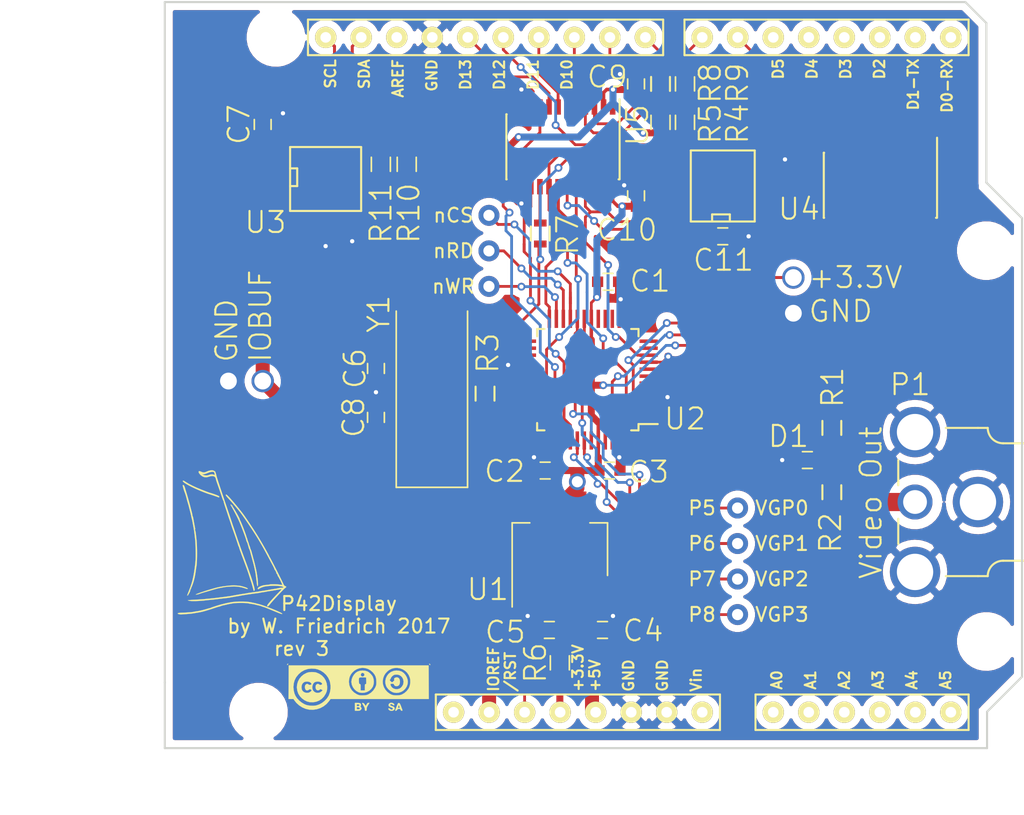
<source format=kicad_pcb>
(kicad_pcb (version 4) (host pcbnew 4.0.7)
  (title_block (title "Arduino Video Display Shield") (date 2018-03-09) (rev 3) (company "Creative Commons Attribution-ShareAlike 4.0 International License") (comment 1 "This work is licensed under ") (comment 2 " ") (comment 3 " Pier 42 Design") (comment 4 " Created by Wolfgang Friedrich"))
  (layers (0 F.Cu signal hide) (31 B.Cu signal hide) (34 B.Paste user hide) (35 F.Paste user hide) (36 B.SilkS user hide) (37 F.SilkS user) (38 B.Mask user hide) (39 F.Mask user hide) (44 Edge.Cuts user))
  (net 0 "")
  (net 1 GND)
  (net 2 +3V3)
  (net 3 +5V)
  (net 4 "Net-(R5-Pad1)")
  (net 5 "Net-(SH1-PadNC)")
  (net 6 "Net-(SH1-PadVIN)")
  (net 7 "Net-(SH1-PadA0)")
  (net 8 "Net-(SH1-PadA1)")
  (net 9 "Net-(SH1-PadA2)")
  (net 10 "Net-(SH1-PadA3)")
  (net 11 "Net-(SH1-PadA4/1)")
  (net 12 "Net-(SH1-PadA5/1)")
  (net 13 "Net-(SH1-Pad0)")
  (net 14 "Net-(SH1-Pad1)")
  (net 15 "Net-(SH1-Pad2)")
  (net 16 "Net-(SH1-Pad3)")
  (net 17 "Net-(SH1-Pad4)")
  (net 18 "Net-(SH1-Pad5)")
  (net 19 /nHOLD_5V)
  (net 20 /nWP_5V)
  (net 21 /nCS_5V)
  (net 22 /MOSI_5V)
  (net 23 /SCK_5V)
  (net 24 "Net-(SH1-PadAREF)")
  (net 25 "Net-(U2-Pad1)")
  (net 26 "Net-(U2-Pad2)")
  (net 27 "Net-(U2-Pad5)")
  (net 28 "Net-(U2-Pad6)")
  (net 29 "Net-(U2-Pad8)")
  (net 30 "Net-(U2-Pad11)")
  (net 31 "Net-(U2-Pad12)")
  (net 32 "Net-(U2-Pad14)")
  (net 33 "Net-(U2-Pad15)")
  (net 34 "Net-(U2-Pad16)")
  (net 35 "Net-(U2-Pad17)")
  (net 36 "Net-(U2-Pad25)")
  (net 37 "Net-(U2-Pad26)")
  (net 38 "Net-(U2-Pad27)")
  (net 39 "Net-(U2-Pad28)")
  (net 40 "Net-(U2-Pad34)")
  (net 41 "Net-(U2-Pad35)")
  (net 42 "Net-(U2-Pad36)")
  (net 43 "Net-(U2-Pad37)")
  (net 44 "Net-(U2-Pad39)")
  (net 45 "Net-(U2-Pad45)")
  (net 46 /XTALin)
  (net 47 /XTALout)
  (net 48 /VideoOut)
  (net 49 /Video)
  (net 50 "Net-(R6-Pad1)")
  (net 51 /VGP0)
  (net 52 /VGP1)
  (net 53 /VGP2)
  (net 54 /VGP3)
  (net 55 /nCSPAR)
  (net 56 /nRD)
  (net 57 /nWR)
  (net 58 /SDA)
  (net 59 /SCL)
  (net 60 "Net-(D1-Pad2)")
  (net 61 SCLK)
  (net 62 /nRESET_5V)
  (net 63 MVBLK)
  (net 64 /nCS_MEM_5V)
  (net 65 MISO)
  (net 66 nHOLD)
  (net 67 MOSI)
  (net 68 nWP)
  (net 69 /nCS_MEM)
  (net 70 nRESET)
  (net 71 "Net-(U2-Pad43)")
  (net 72 nCS)
  (net 73 "Net-(R4-Pad1)")
  (net 74 /SCK)
  (net 75 "Net-(U5-Pad14)")
  (net 76 IOBUF)
  (module project:logo_small (layer F.Cu) (at 272.75 176.15)
    (fp_text reference G*** hide)
    (fp_text value LOGO hide)
  )
  (module project:CC-BY-SA (layer F.Cu) (at 261.3 179.6)
    (fp_text reference G*** hide)
    (fp_text value LOGO hide)
  )
  (module Mounting_Holes:MountingHole_3.2mm_M3 (layer F.Cu) (at 128.20016 129.1246)
    (fp_text reference REF** hide)
    (fp_text value MountingHole_3.2mm_M3 hide)
    (pad 1 np_thru_hole circle (at 0 0) (size 3.2 3.2) (drill 3.2) (layers *.Cu *.Mask))
  )
  (module Mounting_Holes:MountingHole_3.2mm_M3 (layer F.Cu) (at 180.25016 124.0746)
    (fp_text reference REF** hide)
    (fp_text value MountingHole_3.2mm_M3 hide)
    (pad 1 np_thru_hole circle (at 0 0) (size 3.2 3.2) (drill 3.2) (layers *.Cu *.Mask))
  )
  (module Mounting_Holes:MountingHole_3.2mm_M3 (layer F.Cu) (at 180.25016 96.1246)
    (fp_text reference REF** hide)
    (fp_text value MountingHole_3.2mm_M3 hide)
    (pad 1 np_thru_hole circle (at 0 0) (size 3.2 3.2) (drill 3.2) (layers *.Cu *.Mask))
  )
  (module Capacitors_SMD:C_0603 (layer F.Cu) (at 161.4 95.1 180)
    (fp_text reference C11 (at -0.05 -1.7 180) (layer F.SilkS) (effects (font (size 1.5 1.5))))
    (fp_text value 100nF hide)
    (pad 1 smd rect (at -0.75 0 180) (size 0.8 0.75) (layers F.Cu F.Paste F.Mask) (net 1 GND))
    (pad 2 smd rect (at 0.75 0 180) (size 0.8 0.75) (layers F.Cu F.Paste F.Mask) (net 2 +3V3))
  )
  (module Capacitors_SMD:C_0603 (layer F.Cu) (at 136.6 104.55 90)
    (fp_text reference C6 (at 0 -1.5 90) (layer F.SilkS) (effects (font (size 1.5 1.5))))
    (fp_text value 30pF hide)
    (pad 1 smd rect (at -0.75 0 90) (size 0.8 0.75) (layers F.Cu F.Paste F.Mask) (net 1 GND))
    (pad 2 smd rect (at 0.75 0 90) (size 0.8 0.75) (layers F.Cu F.Paste F.Mask) (net 46 /XTALin))
  )
  (module Capacitors_SMD:C_0603 (layer F.Cu) (at 128.5 87.1 90)
    (fp_text reference C7 (at 0 -1.7 90) (layer F.SilkS) (effects (font (size 1.5 1.5))))
    (fp_text value 100nF hide)
    (pad 1 smd rect (at -0.75 0 90) (size 0.8 0.75) (layers F.Cu F.Paste F.Mask) (net 76 IOBUF))
    (pad 2 smd rect (at 0.75 0 90) (size 0.8 0.75) (layers F.Cu F.Paste F.Mask) (net 1 GND))
  )
  (module Capacitors_SMD:C_0603 (layer F.Cu) (at 136.6 108.05 270)
    (fp_text reference C8 (at 0 1.6 270) (layer F.SilkS) (effects (font (size 1.5 1.5))))
    (fp_text value 30pF hide)
    (pad 1 smd rect (at -0.75 0 270) (size 0.8 0.75) (layers F.Cu F.Paste F.Mask) (net 1 GND))
    (pad 2 smd rect (at 0.75 0 270) (size 0.8 0.75) (layers F.Cu F.Paste F.Mask) (net 47 /XTALout))
  )
  (module Capacitors_SMD:C_0603 (layer F.Cu) (at 153.2 98.35)
    (fp_text reference C1 (at 3 -0.05) (layer F.SilkS) (effects (font (size 1.5 1.5))))
    (fp_text value 100nF hide)
    (pad 1 smd rect (at -0.75 0) (size 0.8 0.75) (layers F.Cu F.Paste F.Mask) (net 2 +3V3))
    (pad 2 smd rect (at 0.75 0) (size 0.8 0.75) (layers F.Cu F.Paste F.Mask) (net 1 GND))
  )
  (module Capacitors_SMD:C_0603 (layer F.Cu) (at 148.7 111.85 180)
    (fp_text reference C2 (at 2.9 -0.05 180) (layer F.SilkS) (effects (font (size 1.5 1.5))))
    (fp_text value 100nF hide)
    (pad 1 smd rect (at -0.75 0 180) (size 0.8 0.75) (layers F.Cu F.Paste F.Mask) (net 2 +3V3))
    (pad 2 smd rect (at 0.75 0 180) (size 0.8 0.75) (layers F.Cu F.Paste F.Mask) (net 1 GND))
  )
  (module Capacitors_SMD:C_0603 (layer F.Cu) (at 153.3 111.85)
    (fp_text reference C3 (at 2.8 0.1) (layer F.SilkS) (effects (font (size 1.5 1.5))))
    (fp_text value 100nF hide)
    (pad 1 smd rect (at -0.75 0) (size 0.8 0.75) (layers F.Cu F.Paste F.Mask) (net 2 +3V3))
    (pad 2 smd rect (at 0.75 0) (size 0.8 0.75) (layers F.Cu F.Paste F.Mask) (net 1 GND))
  )
  (module SMD_Packages:SOIC-8-N (layer F.Cu) (at 133 91)
    (fp_text reference U3 (at -4.3 3.1 180) (layer F.SilkS) (effects (font (size 1.5 1.5))))
    (fp_text value AT24C512 hide)
    (pad 8 smd rect (at -1.905 -3.175) (size 0.508 1.143) (layers F.Cu F.Paste F.Mask) (net 76 IOBUF))
    (pad 7 smd rect (at -0.635 -3.175) (size 0.508 1.143) (layers F.Cu F.Paste F.Mask) (net 1 GND))
    (pad 6 smd rect (at 0.635 -3.175) (size 0.508 1.143) (layers F.Cu F.Paste F.Mask) (net 59 /SCL))
    (pad 5 smd rect (at 1.905 -3.175) (size 0.508 1.143) (layers F.Cu F.Paste F.Mask) (net 58 /SDA))
    (pad 4 smd rect (at 1.905 3.175) (size 0.508 1.143) (layers F.Cu F.Paste F.Mask) (net 1 GND))
    (pad 3 smd rect (at 0.635 3.175) (size 0.508 1.143) (layers F.Cu F.Paste F.Mask) (net 1 GND))
    (pad 2 smd rect (at -0.635 3.175) (size 0.508 1.143) (layers F.Cu F.Paste F.Mask) (net 1 GND))
    (pad 1 smd rect (at -1.905 3.175) (size 0.508 1.143) (layers F.Cu F.Paste F.Mask) (net 1 GND))
  )
  (module project:CUI_RCJ-01x (layer F.Cu) (at 175.15 114.1 270)
    (fp_text reference P1 (at -8.4 0.35 360) (layer F.SilkS) (effects (font (size 1.5 1.5))))
    (fp_text value "Video Out" (at 0.05 3.15 270) (layer F.SilkS) (effects (font (size 1.5 1.5))))
    (pad 2 thru_hole circle (at 0 -4.5 270) (size 3.6 3.6) (drill 2.6) (layers *.Cu *.Mask) (net 1 GND))
    (pad 2 thru_hole circle (at -5 0 270) (size 3.6 3.6) (drill 2.6) (layers *.Cu *.Mask) (net 1 GND))
    (pad 1 thru_hole circle (at 0 0 270) (size 2.5 2.5) (drill 1.7) (layers *.Cu *.Mask) (net 48 /VideoOut))
    (pad 2 thru_hole circle (at 5 0 270) (size 3.6 3.6) (drill 2.6) (layers *.Cu *.Mask) (net 1 GND))
  )
  (module Resistors_SMD:R_0603 (layer F.Cu) (at 169.2 108.8 270)
    (fp_text reference R1 (at -2.9 -0.05 270) (layer F.SilkS) (effects (font (size 1.5 1.5))))
    (fp_text value 22R0 hide)
    (pad 1 smd rect (at -0.75 0 270) (size 0.5 0.9) (layers F.Cu F.Paste F.Mask) (net 49 /Video))
    (pad 2 smd rect (at 0.75 0 270) (size 0.5 0.9) (layers F.Cu F.Paste F.Mask) (net 60 "Net-(D1-Pad2)"))
  )
  (module Resistors_SMD:R_0603 (layer F.Cu) (at 169.2 113.4 270)
    (fp_text reference R2 (at 2.9 0.1 270) (layer F.SilkS) (effects (font (size 1.5 1.5))))
    (fp_text value 22R0 hide)
    (pad 1 smd rect (at -0.75 0 270) (size 0.5 0.9) (layers F.Cu F.Paste F.Mask) (net 60 "Net-(D1-Pad2)"))
    (pad 2 smd rect (at 0.75 0 270) (size 0.5 0.9) (layers F.Cu F.Paste F.Mask) (net 48 /VideoOut))
  )
  (module Resistors_SMD:R_0603 (layer F.Cu) (at 156.95 84.2 270)
    (fp_text reference R8 (at -0.05 -3.55 270) (layer F.SilkS) (effects (font (size 1.5 1.5))))
    (fp_text value 22R0 hide)
    (pad 1 smd rect (at -0.75 0 270) (size 0.5 0.9) (layers F.Cu F.Paste F.Mask) (net 19 /nHOLD_5V))
    (pad 2 smd rect (at 0.75 0 270) (size 0.5 0.9) (layers F.Cu F.Paste F.Mask) (net 4 "Net-(R5-Pad1)"))
  )
  (module Resistors_SMD:R_0603 (layer F.Cu) (at 144.4 106.35 270)
    (fp_text reference R3 (at -2.9 -0.2 270) (layer F.SilkS) (effects (font (size 1.5 1.5))))
    (fp_text value "1 MEG" hide)
    (pad 1 smd rect (at -0.75 0 270) (size 0.5 0.9) (layers F.Cu F.Paste F.Mask) (net 46 /XTALin))
    (pad 2 smd rect (at 0.75 0 270) (size 0.5 0.9) (layers F.Cu F.Paste F.Mask) (net 47 /XTALout))
  )
  (module Resistors_SMD:R_0603 (layer F.Cu) (at 148.35 94.9 270)
    (fp_text reference R7 (at 0.1 -1.95 270) (layer F.SilkS) (effects (font (size 1.5 1.5))))
    (fp_text value 22R0 hide)
    (pad 1 smd rect (at -0.75 0 270) (size 0.5 0.9) (layers F.Cu F.Paste F.Mask) (net 74 /SCK))
    (pad 2 smd rect (at 0.75 0 270) (size 0.5 0.9) (layers F.Cu F.Paste F.Mask) (net 61 SCLK))
  )
  (module Housings_QFP:LQFP-48_7x7mm_Pitch0.5mm (layer F.Cu) (at 151.75 105.35 180)
    (fp_text reference U2 (at -6.95 -2.8 180) (layer F.SilkS) (effects (font (size 1.5 1.5))))
    (fp_text value VS23S010D-L hide)
    (pad 1 smd rect (at -4.35 -2.75 180) (size 1.3 0.25) (layers F.Cu F.Paste F.Mask) (net 25 "Net-(U2-Pad1)"))
    (pad 2 smd rect (at -4.35 -2.25 180) (size 1.3 0.25) (layers F.Cu F.Paste F.Mask) (net 26 "Net-(U2-Pad2)"))
    (pad 3 smd rect (at -4.35 -1.75 180) (size 1.3 0.25) (layers F.Cu F.Paste F.Mask) (net 65 MISO))
    (pad 4 smd rect (at -4.35 -1.25 180) (size 1.3 0.25) (layers F.Cu F.Paste F.Mask) (net 1 GND))
    (pad 5 smd rect (at -4.35 -0.75 180) (size 1.3 0.25) (layers F.Cu F.Paste F.Mask) (net 27 "Net-(U2-Pad5)"))
    (pad 6 smd rect (at -4.35 -0.25 180) (size 1.3 0.25) (layers F.Cu F.Paste F.Mask) (net 28 "Net-(U2-Pad6)"))
    (pad 7 smd rect (at -4.35 0.25 180) (size 1.3 0.25) (layers F.Cu F.Paste F.Mask) (net 49 /Video))
    (pad 8 smd rect (at -4.35 0.75 180) (size 1.3 0.25) (layers F.Cu F.Paste F.Mask) (net 29 "Net-(U2-Pad8)"))
    (pad 9 smd rect (at -4.35 1.25 180) (size 1.3 0.25) (layers F.Cu F.Paste F.Mask) (net 1 GND))
    (pad 10 smd rect (at -4.35 1.75 180) (size 1.3 0.25) (layers F.Cu F.Paste F.Mask) (net 68 nWP))
    (pad 11 smd rect (at -4.35 2.25 180) (size 1.3 0.25) (layers F.Cu F.Paste F.Mask) (net 30 "Net-(U2-Pad11)"))
    (pad 12 smd rect (at -4.35 2.75 180) (size 1.3 0.25) (layers F.Cu F.Paste F.Mask) (net 31 "Net-(U2-Pad12)"))
    (pad 13 smd rect (at -2.75 4.35 270) (size 1.3 0.25) (layers F.Cu F.Paste F.Mask) (net 1 GND))
    (pad 14 smd rect (at -2.25 4.35 270) (size 1.3 0.25) (layers F.Cu F.Paste F.Mask) (net 32 "Net-(U2-Pad14)"))
    (pad 15 smd rect (at -1.75 4.35 270) (size 1.3 0.25) (layers F.Cu F.Paste F.Mask) (net 33 "Net-(U2-Pad15)"))
    (pad 16 smd rect (at -1.25 4.35 270) (size 1.3 0.25) (layers F.Cu F.Paste F.Mask) (net 34 "Net-(U2-Pad16)"))
    (pad 17 smd rect (at -0.75 4.35 270) (size 1.3 0.25) (layers F.Cu F.Paste F.Mask) (net 35 "Net-(U2-Pad17)"))
    (pad 18 smd rect (at -0.25 4.35 270) (size 1.3 0.25) (layers F.Cu F.Paste F.Mask) (net 2 +3V3))
    (pad 19 smd rect (at 0.25 4.35 270) (size 1.3 0.25) (layers F.Cu F.Paste F.Mask) (net 52 /VGP1))
    (pad 20 smd rect (at 0.75 4.35 270) (size 1.3 0.25) (layers F.Cu F.Paste F.Mask) (net 51 /VGP0))
    (pad 21 smd rect (at 1.25 4.35 270) (size 1.3 0.25) (layers F.Cu F.Paste F.Mask) (net 55 /nCSPAR))
    (pad 22 smd rect (at 1.75 4.35 270) (size 1.3 0.25) (layers F.Cu F.Paste F.Mask) (net 56 /nRD))
    (pad 23 smd rect (at 2.25 4.35 270) (size 1.3 0.25) (layers F.Cu F.Paste F.Mask) (net 57 /nWR))
    (pad 24 smd rect (at 2.75 4.35 270) (size 1.3 0.25) (layers F.Cu F.Paste F.Mask) (net 67 MOSI))
    (pad 25 smd rect (at 4.35 2.75 180) (size 1.3 0.25) (layers F.Cu F.Paste F.Mask) (net 36 "Net-(U2-Pad25)"))
    (pad 26 smd rect (at 4.35 2.25 180) (size 1.3 0.25) (layers F.Cu F.Paste F.Mask) (net 37 "Net-(U2-Pad26)"))
    (pad 27 smd rect (at 4.35 1.75 180) (size 1.3 0.25) (layers F.Cu F.Paste F.Mask) (net 38 "Net-(U2-Pad27)"))
    (pad 28 smd rect (at 4.35 1.25 180) (size 1.3 0.25) (layers F.Cu F.Paste F.Mask) (net 39 "Net-(U2-Pad28)"))
    (pad 29 smd rect (at 4.35 0.75 180) (size 1.3 0.25) (layers F.Cu F.Paste F.Mask) (net 1 GND))
    (pad 30 smd rect (at 4.35 0.25 180) (size 1.3 0.25) (layers F.Cu F.Paste F.Mask) (net 61 SCLK))
    (pad 31 smd rect (at 4.35 -0.25 180) (size 1.3 0.25) (layers F.Cu F.Paste F.Mask) (net 66 nHOLD))
    (pad 32 smd rect (at 4.35 -0.75 180) (size 1.3 0.25) (layers F.Cu F.Paste F.Mask) (net 46 /XTALin))
    (pad 33 smd rect (at 4.35 -1.25 180) (size 1.3 0.25) (layers F.Cu F.Paste F.Mask) (net 47 /XTALout))
    (pad 34 smd rect (at 4.35 -1.75 180) (size 1.3 0.25) (layers F.Cu F.Paste F.Mask) (net 40 "Net-(U2-Pad34)"))
    (pad 35 smd rect (at 4.35 -2.25 180) (size 1.3 0.25) (layers F.Cu F.Paste F.Mask) (net 41 "Net-(U2-Pad35)"))
    (pad 36 smd rect (at 4.35 -2.75 180) (size 1.3 0.25) (layers F.Cu F.Paste F.Mask) (net 42 "Net-(U2-Pad36)"))
    (pad 37 smd rect (at 2.75 -4.35 270) (size 1.3 0.25) (layers F.Cu F.Paste F.Mask) (net 43 "Net-(U2-Pad37)"))
    (pad 38 smd rect (at 2.25 -4.35 270) (size 1.3 0.25) (layers F.Cu F.Paste F.Mask) (net 2 +3V3))
    (pad 39 smd rect (at 1.75 -4.35 270) (size 1.3 0.25) (layers F.Cu F.Paste F.Mask) (net 44 "Net-(U2-Pad39)"))
    (pad 40 smd rect (at 1.25 -4.35 270) (size 1.3 0.25) (layers F.Cu F.Paste F.Mask) (net 70 nRESET))
    (pad 41 smd rect (at 0.75 -4.35 270) (size 1.3 0.25) (layers F.Cu F.Paste F.Mask) (net 53 /VGP2))
    (pad 42 smd rect (at 0.25 -4.35 270) (size 1.3 0.25) (layers F.Cu F.Paste F.Mask) (net 54 /VGP3))
    (pad 43 smd rect (at -0.25 -4.35 270) (size 1.3 0.25) (layers F.Cu F.Paste F.Mask) (net 71 "Net-(U2-Pad43)"))
    (pad 44 smd rect (at -0.75 -4.35 270) (size 1.3 0.25) (layers F.Cu F.Paste F.Mask) (net 2 +3V3))
    (pad 45 smd rect (at -1.25 -4.35 270) (size 1.3 0.25) (layers F.Cu F.Paste F.Mask) (net 45 "Net-(U2-Pad45)"))
    (pad 46 smd rect (at -1.75 -4.35 270) (size 1.3 0.25) (layers F.Cu F.Paste F.Mask) (net 63 MVBLK))
    (pad 47 smd rect (at -2.25 -4.35 270) (size 1.3 0.25) (layers F.Cu F.Paste F.Mask) (net 1 GND))
    (pad 48 smd rect (at -2.75 -4.35 270) (size 1.3 0.25) (layers F.Cu F.Paste F.Mask) (net 72 nCS))
  )
  (module Crystals:Crystal_SMD_HC49-SD (layer F.Cu) (at 140.6 106.35 90)
    (fp_text reference Y1 (at 5.7 -3.8 90) (layer F.SilkS) (effects (font (size 1.5 1.5))))
    (fp_text value XTAL hide)
    (pad 1 smd rect (at -4.25 0 90) (size 4.5 2) (layers F.Cu F.Mask) (net 47 /XTALout))
    (pad 2 smd rect (at 4.25 0 90) (size 4.5 2) (layers F.Cu F.Mask) (net 46 /XTALin))
  )
  (module Capacitors_SMD:C_0603 (layer F.Cu) (at 152.8 123.25 180)
    (fp_text reference C4 (at -2.9 -0.05 180) (layer F.SilkS) (effects (font (size 1.5 1.5))))
    (fp_text value 1uF hide)
    (pad 1 smd rect (at -0.75 0 180) (size 0.8 0.75) (layers F.Cu F.Paste F.Mask) (net 1 GND))
    (pad 2 smd rect (at 0.75 0 180) (size 0.8 0.75) (layers F.Cu F.Paste F.Mask) (net 3 +5V))
  )
  (module Capacitors_SMD:C_0603 (layer F.Cu) (at 149 123.25)
    (fp_text reference C5 (at -3.15 0.15) (layer F.SilkS) (effects (font (size 1.5 1.5))))
    (fp_text value 1uF hide)
    (pad 1 smd rect (at -0.75 0) (size 0.8 0.75) (layers F.Cu F.Paste F.Mask) (net 1 GND))
    (pad 2 smd rect (at 0.75 0) (size 0.8 0.75) (layers F.Cu F.Paste F.Mask) (net 2 +3V3))
  )
  (module Resistors_SMD:R_0603 (layer F.Cu) (at 149.75 125.6 90)
    (fp_text reference R6 (at 0 -1.75 90) (layer F.SilkS) (effects (font (size 1.5 1.5))))
    (fp_text value 0R hide)
    (pad 1 smd rect (at -0.75 0 90) (size 0.5 0.9) (layers F.Cu F.Paste F.Mask) (net 50 "Net-(R6-Pad1)"))
    (pad 2 smd rect (at 0.75 0 90) (size 0.5 0.9) (layers F.Cu F.Paste F.Mask) (net 2 +3V3))
  )
  (module TO_SOT_Packages_SMD:SOT-223 (layer F.Cu) (at 149.75 117.5 90)
    (fp_text reference U1 (at -2.85 -5.15 180) (layer F.SilkS) (effects (font (size 1.5 1.5))))
    (fp_text value NCP1117-3.3 hide)
    (pad 4 smd rect (at 3.15 0 90) (size 2 3.8) (layers F.Cu F.Paste F.Mask) (net 2 +3V3))
    (pad 2 smd rect (at -3.15 0 90) (size 2 1.5) (layers F.Cu F.Paste F.Mask) (net 2 +3V3))
    (pad 3 smd rect (at -3.15 2.3 90) (size 2 1.5) (layers F.Cu F.Paste F.Mask) (net 3 +5V))
    (pad 1 smd rect (at -3.15 -2.3 90) (size 2 1.5) (layers F.Cu F.Paste F.Mask) (net 1 GND))
  )
  (module Measurement_Points:Measurement_Point_Round-TH_Small (layer F.Cu) (at 162.46 114.53)
    (fp_text reference P5 (at -2.54 0) (layer F.SilkS))
    (fp_text value VGP0 (at 3.175 0) (layer F.SilkS))
    (pad 1 thru_hole circle (at 0 0) (size 1.5 1.5) (drill 0.8) (layers *.Cu *.Mask) (net 51 /VGP0))
  )
  (module Measurement_Points:Measurement_Point_Round-TH_Small (layer F.Cu) (at 162.46 117.07)
    (fp_text reference P6 (at -2.54 0) (layer F.SilkS))
    (fp_text value VGP1 (at 3.175 0) (layer F.SilkS))
    (pad 1 thru_hole circle (at 0 0) (size 1.5 1.5) (drill 0.8) (layers *.Cu *.Mask) (net 52 /VGP1))
  )
  (module Measurement_Points:Measurement_Point_Round-TH_Small (layer F.Cu) (at 162.46 119.61)
    (fp_text reference P7 (at -2.54 0) (layer F.SilkS))
    (fp_text value VGP2 (at 3.175 0) (layer F.SilkS))
    (pad 1 thru_hole circle (at 0 0) (size 1.5 1.5) (drill 0.8) (layers *.Cu *.Mask) (net 53 /VGP2))
  )
  (module Measurement_Points:Measurement_Point_Round-TH_Small (layer F.Cu) (at 162.46 122.15)
    (fp_text reference P8 (at -2.54 0) (layer F.SilkS))
    (fp_text value VGP3 (at 3.175 0) (layer F.SilkS))
    (pad 1 thru_hole circle (at 0 0) (size 1.5 1.5) (drill 0.8) (layers *.Cu *.Mask) (net 54 /VGP3))
  )
  (module Measurement_Points:Measurement_Point_Round-TH_Small (layer F.Cu) (at 144.68 93.6)
    (fp_text reference P2)
    (fp_text value nCS (at -2.54 0) (layer F.SilkS))
    (pad 1 thru_hole circle (at 0 0) (size 1.5 1.5) (drill 0.8) (layers *.Cu *.Mask) (net 55 /nCSPAR))
  )
  (module Measurement_Points:Measurement_Point_Round-TH_Small (layer F.Cu) (at 144.68 96.14)
    (fp_text reference P3)
    (fp_text value nRD (at -2.54 0) (layer F.SilkS))
    (pad 1 thru_hole circle (at 0 0) (size 1.5 1.5) (drill 0.8) (layers *.Cu *.Mask) (net 56 /nRD))
  )
  (module Measurement_Points:Measurement_Point_Round-TH_Small (layer F.Cu) (at 144.68 98.68)
    (fp_text reference P4)
    (fp_text value nWR (at -2.54 0) (layer F.SilkS))
    (pad 1 thru_hole circle (at 0 0) (size 1.5 1.5) (drill 0.8) (layers *.Cu *.Mask) (net 57 /nWR))
  )
  (module Mounting_Holes:MountingHole_3.2mm_M3 (layer F.Cu) (at 129.45016 80.8746)
    (fp_text reference REF** hide)
    (fp_text value MountingHole_3.2mm_M3 hide)
    (pad 1 np_thru_hole circle (at 0 0) (size 3.2 3.2) (drill 3.2) (layers *.Cu *.Mask))
  )
  (module SHIELD_ARDUINO:ARDUINO_as_UNO_R3_CONTOUR (layer F.Cu) (at 148.5011 105.0036)
    (fp_text reference SH1 hide)
    (fp_text value ARDUINO_UNO_R3_Shield hide)
    (pad NC thru_hole circle (at -6.35 24.13) (size 1.524 1.524) (drill 0.762) (layers *.Cu *.Mask F.SilkS) (net 5 "Net-(SH1-PadNC)"))
    (pad RST thru_hole circle (at -1.27 24.13) (size 1.524 1.524) (drill 0.762) (layers *.Cu *.Mask F.SilkS) (net 62 /nRESET_5V))
    (pad 3V3 thru_hole circle (at 1.27 24.13) (size 1.524 1.524) (drill 0.762) (layers *.Cu *.Mask F.SilkS) (net 50 "Net-(R6-Pad1)"))
    (pad 5V thru_hole circle (at 3.81 24.13) (size 1.524 1.524) (drill 0.762) (layers *.Cu *.Mask F.SilkS) (net 3 +5V))
    (pad GND1 thru_hole circle (at 6.35 24.13) (size 1.524 1.524) (drill 0.762) (layers *.Cu *.Mask F.SilkS) (net 1 GND))
    (pad GND2 thru_hole circle (at 8.89 24.13) (size 1.524 1.524) (drill 0.762) (layers *.Cu *.Mask F.SilkS) (net 1 GND))
    (pad VIN thru_hole circle (at 11.43 24.13) (size 1.524 1.524) (drill 0.762) (layers *.Cu *.Mask F.SilkS) (net 6 "Net-(SH1-PadVIN)"))
    (pad A0 thru_hole circle (at 16.51 24.13) (size 1.524 1.524) (drill 0.762) (layers *.Cu *.Mask F.SilkS) (net 7 "Net-(SH1-PadA0)"))
    (pad A1 thru_hole circle (at 19.05 24.13) (size 1.524 1.524) (drill 0.762) (layers *.Cu *.Mask F.SilkS) (net 8 "Net-(SH1-PadA1)"))
    (pad A2 thru_hole circle (at 21.59 24.13) (size 1.524 1.524) (drill 0.762) (layers *.Cu *.Mask F.SilkS) (net 9 "Net-(SH1-PadA2)"))
    (pad A3 thru_hole circle (at 24.13 24.13) (size 1.524 1.524) (drill 0.762) (layers *.Cu *.Mask F.SilkS) (net 10 "Net-(SH1-PadA3)"))
    (pad A4/1 thru_hole circle (at 26.67 24.13) (size 1.524 1.524) (drill 0.762) (layers *.Cu *.Mask F.SilkS) (net 11 "Net-(SH1-PadA4/1)"))
    (pad A5/1 thru_hole circle (at 29.21 24.13) (size 1.524 1.524) (drill 0.762) (layers *.Cu *.Mask F.SilkS) (net 12 "Net-(SH1-PadA5/1)"))
    (pad 0 thru_hole circle (at 29.21 -24.13) (size 1.524 1.524) (drill 0.762) (layers *.Cu *.Mask F.SilkS) (net 13 "Net-(SH1-Pad0)"))
    (pad 1 thru_hole circle (at 26.67 -24.13) (size 1.524 1.524) (drill 0.762) (layers *.Cu *.Mask F.SilkS) (net 14 "Net-(SH1-Pad1)"))
    (pad 2 thru_hole circle (at 24.13 -24.13) (size 1.524 1.524) (drill 0.762) (layers *.Cu *.Mask F.SilkS) (net 15 "Net-(SH1-Pad2)"))
    (pad 3 thru_hole circle (at 21.59 -24.13) (size 1.524 1.524) (drill 0.762) (layers *.Cu *.Mask F.SilkS) (net 16 "Net-(SH1-Pad3)"))
    (pad 4 thru_hole circle (at 19.05 -24.13) (size 1.524 1.524) (drill 0.762) (layers *.Cu *.Mask F.SilkS) (net 17 "Net-(SH1-Pad4)"))
    (pad 5 thru_hole circle (at 16.51 -24.13) (size 1.524 1.524) (drill 0.762) (layers *.Cu *.Mask F.SilkS) (net 18 "Net-(SH1-Pad5)"))
    (pad 6 thru_hole circle (at 13.97 -24.13) (size 1.524 1.524) (drill 0.762) (layers *.Cu *.Mask F.SilkS) (net 63 MVBLK))
    (pad 7 thru_hole circle (at 11.43 -24.13) (size 1.524 1.524) (drill 0.762) (layers *.Cu *.Mask F.SilkS) (net 20 /nWP_5V))
    (pad 8 thru_hole circle (at 7.366 -24.13) (size 1.524 1.524) (drill 0.762) (layers *.Cu *.Mask F.SilkS) (net 19 /nHOLD_5V))
    (pad 9 thru_hole circle (at 4.826 -24.13) (size 1.524 1.524) (drill 0.762) (layers *.Cu *.Mask F.SilkS) (net 64 /nCS_MEM_5V))
    (pad 10 thru_hole circle (at 2.286 -24.13) (size 1.524 1.524) (drill 0.762) (layers *.Cu *.Mask F.SilkS) (net 21 /nCS_5V))
    (pad 11 thru_hole circle (at -0.254 -24.13) (size 1.524 1.524) (drill 0.762) (layers *.Cu *.Mask F.SilkS) (net 22 /MOSI_5V))
    (pad 12 thru_hole circle (at -2.794 -24.13) (size 1.524 1.524) (drill 0.762) (layers *.Cu *.Mask F.SilkS) (net 65 MISO))
    (pad 13 thru_hole circle (at -5.334 -24.13) (size 1.524 1.524) (drill 0.762) (layers *.Cu *.Mask F.SilkS) (net 23 /SCK_5V))
    (pad GND3 thru_hole circle (at -7.874 -24.13) (size 1.524 1.524) (drill 0.762) (layers *.Cu *.Mask F.SilkS) (net 1 GND))
    (pad AREF thru_hole circle (at -10.414 -24.13) (size 1.524 1.524) (drill 0.762) (layers *.Cu *.Mask F.SilkS) (net 24 "Net-(SH1-PadAREF)"))
    (pad A4/2 thru_hole circle (at -12.954 -24.13) (size 1.524 1.524) (drill 0.762) (layers *.Cu *.Mask F.SilkS) (net 58 /SDA))
    (pad A5/2 thru_hole circle (at -15.494 -24.13) (size 1.524 1.524) (drill 0.762) (layers *.Cu *.Mask F.SilkS) (net 59 /SCL))
    (pad IREF thru_hole circle (at -3.81 24.13) (size 1.524 1.524) (drill 0.762) (layers *.Cu *.Mask F.SilkS) (net 76 IOBUF))
  )
  (module Capacitors_SMD:C_0603 (layer F.Cu) (at 155.2 84.2 90)
    (fp_text reference C9 (at 0.5 -2.05 180) (layer F.SilkS) (effects (font (size 1.5 1.5))))
    (fp_text value 100nF hide)
    (pad 2 smd rect (at 0.75 0 90) (size 0.8 0.75) (layers F.Cu F.Paste F.Mask) (net 1 GND))
    (pad 1 smd rect (at -0.75 0 90) (size 0.8 0.75) (layers F.Cu F.Paste F.Mask) (net 76 IOBUF))
  )
  (module Capacitors_SMD:C_0603 (layer F.Cu) (at 155.2 92.2 90)
    (fp_text reference C10 (at -2.45 -0.65 180) (layer F.SilkS) (effects (font (size 1.5 1.5))))
    (fp_text value 100nF hide)
    (pad 2 smd rect (at 0.75 0 90) (size 0.8 0.75) (layers F.Cu F.Paste F.Mask) (net 1 GND))
    (pad 1 smd rect (at -0.75 0 90) (size 0.8 0.75) (layers F.Cu F.Paste F.Mask) (net 2 +3V3))
  )
  (module Capacitors_SMD:C_0603 (layer F.Cu) (at 167.45 111.1)
    (fp_text reference D1 (at -1.35 -1.7) (layer F.SilkS) (effects (font (size 1.5 1.5))))
    (fp_text value CG0603MLA hide)
    (pad 2 smd rect (at 0.75 0) (size 0.8 0.75) (layers F.Cu F.Paste F.Mask) (net 60 "Net-(D1-Pad2)"))
    (pad 1 smd rect (at -0.75 0) (size 0.8 0.75) (layers F.Cu F.Paste F.Mask) (net 1 GND))
  )
  (module Resistors_SMD:R_0603 (layer F.Cu) (at 158.7 84.2 270)
    (fp_text reference R9 (at -0.05 -3.75 270) (layer F.SilkS) (effects (font (size 1.5 1.5))))
    (fp_text value 22R0 hide)
    (pad 1 smd rect (at -0.75 0 270) (size 0.5 0.9) (layers F.Cu F.Paste F.Mask) (net 20 /nWP_5V))
    (pad 2 smd rect (at 0.75 0 270) (size 0.5 0.9) (layers F.Cu F.Paste F.Mask) (net 73 "Net-(R4-Pad1)"))
  )
  (module Resistors_SMD:R_0603 (layer F.Cu) (at 158.7 86.95 270)
    (fp_text reference R4 (at 0.1 -3.75 270) (layer F.SilkS) (effects (font (size 1.5 1.5))))
    (fp_text value 10K0 hide)
    (pad 1 smd rect (at -0.75 0 270) (size 0.5 0.9) (layers F.Cu F.Paste F.Mask) (net 73 "Net-(R4-Pad1)"))
    (pad 2 smd rect (at 0.75 0 270) (size 0.5 0.9) (layers F.Cu F.Paste F.Mask) (net 76 IOBUF))
  )
  (module Resistors_SMD:R_0603 (layer F.Cu) (at 156.95 86.95 270)
    (fp_text reference R5 (at 0.1 -3.55 270) (layer F.SilkS) (effects (font (size 1.5 1.5))))
    (fp_text value 10K0 hide)
    (pad 1 smd rect (at -0.75 0 270) (size 0.5 0.9) (layers F.Cu F.Paste F.Mask) (net 4 "Net-(R5-Pad1)"))
    (pad 2 smd rect (at 0.75 0 270) (size 0.5 0.9) (layers F.Cu F.Paste F.Mask) (net 76 IOBUF))
  )
  (module SMD_Packages:SOIC-8-N (layer F.Cu) (at 161.4 91.5 90)
    (fp_text reference U4 (at -1.65 5.45 180) (layer F.SilkS) (effects (font (size 1.5 1.5))))
    (fp_text value "2Mbit FLASH" hide)
    (pad 8 smd rect (at -1.905 -3.175 90) (size 0.508 1.143) (layers F.Cu F.Paste F.Mask) (net 2 +3V3))
    (pad 7 smd rect (at -0.635 -3.175 90) (size 0.508 1.143) (layers F.Cu F.Paste F.Mask) (net 66 nHOLD))
    (pad 6 smd rect (at 0.635 -3.175 90) (size 0.508 1.143) (layers F.Cu F.Paste F.Mask) (net 61 SCLK))
    (pad 5 smd rect (at 1.905 -3.175 90) (size 0.508 1.143) (layers F.Cu F.Paste F.Mask) (net 67 MOSI))
    (pad 4 smd rect (at 1.905 3.175 90) (size 0.508 1.143) (layers F.Cu F.Paste F.Mask) (net 1 GND))
    (pad 3 smd rect (at 0.635 3.175 90) (size 0.508 1.143) (layers F.Cu F.Paste F.Mask) (net 68 nWP))
    (pad 2 smd rect (at -0.635 3.175 90) (size 0.508 1.143) (layers F.Cu F.Paste F.Mask) (net 65 MISO))
    (pad 1 smd rect (at -1.905 3.175 90) (size 0.508 1.143) (layers F.Cu F.Paste F.Mask) (net 69 /nCS_MEM))
  )
  (module Housings_SSOP:TSSOP-24_4.4x7.8mm_Pitch0.65mm (layer F.Cu) (at 149.95 88.7 270)
    (fp_text reference U5 (at -1.55 -5.35 450) (layer F.SilkS) (effects (font (size 1.5 1.5))))
    (fp_text value 74LVC4245A hide)
    (pad 1 smd rect (at -2.85 -3.575 270) (size 1.1 0.4) (layers F.Cu F.Paste F.Mask) (net 76 IOBUF))
    (pad 2 smd rect (at -2.85 -2.925 270) (size 1.1 0.4) (layers F.Cu F.Paste F.Mask) (net 76 IOBUF))
    (pad 3 smd rect (at -2.85 -2.275 270) (size 1.1 0.4) (layers F.Cu F.Paste F.Mask) (net 73 "Net-(R4-Pad1)"))
    (pad 4 smd rect (at -2.85 -1.625 270) (size 1.1 0.4) (layers F.Cu F.Paste F.Mask) (net 4 "Net-(R5-Pad1)"))
    (pad 5 smd rect (at -2.85 -0.975 270) (size 1.1 0.4) (layers F.Cu F.Paste F.Mask) (net 64 /nCS_MEM_5V))
    (pad 6 smd rect (at -2.85 -0.325 270) (size 1.1 0.4) (layers F.Cu F.Paste F.Mask) (net 21 /nCS_5V))
    (pad 7 smd rect (at -2.85 0.325 270) (size 1.1 0.4) (layers F.Cu F.Paste F.Mask) (net 22 /MOSI_5V))
    (pad 8 smd rect (at -2.85 0.975 270) (size 1.1 0.4) (layers F.Cu F.Paste F.Mask) (net 23 /SCK_5V))
    (pad 9 smd rect (at -2.85 1.625 270) (size 1.1 0.4) (layers F.Cu F.Paste F.Mask) (net 62 /nRESET_5V))
    (pad 10 smd rect (at -2.85 2.275 270) (size 1.1 0.4) (layers F.Cu F.Paste F.Mask) (net 1 GND))
    (pad 11 smd rect (at -2.85 2.925 270) (size 1.1 0.4) (layers F.Cu F.Paste F.Mask) (net 1 GND))
    (pad 12 smd rect (at -2.85 3.575 270) (size 1.1 0.4) (layers F.Cu F.Paste F.Mask) (net 1 GND))
    (pad 13 smd rect (at 2.85 3.575 270) (size 1.1 0.4) (layers F.Cu F.Paste F.Mask) (net 1 GND))
    (pad 14 smd rect (at 2.85 2.925 270) (size 1.1 0.4) (layers F.Cu F.Paste F.Mask) (net 75 "Net-(U5-Pad14)"))
    (pad 15 smd rect (at 2.85 2.275 270) (size 1.1 0.4) (layers F.Cu F.Paste F.Mask) (net 70 nRESET))
    (pad 16 smd rect (at 2.85 1.625 270) (size 1.1 0.4) (layers F.Cu F.Paste F.Mask) (net 74 /SCK))
    (pad 17 smd rect (at 2.85 0.975 270) (size 1.1 0.4) (layers F.Cu F.Paste F.Mask) (net 67 MOSI))
    (pad 18 smd rect (at 2.85 0.325 270) (size 1.1 0.4) (layers F.Cu F.Paste F.Mask) (net 72 nCS))
    (pad 19 smd rect (at 2.85 -0.325 270) (size 1.1 0.4) (layers F.Cu F.Paste F.Mask) (net 69 /nCS_MEM))
    (pad 20 smd rect (at 2.85 -0.975 270) (size 1.1 0.4) (layers F.Cu F.Paste F.Mask) (net 66 nHOLD))
    (pad 21 smd rect (at 2.85 -1.625 270) (size 1.1 0.4) (layers F.Cu F.Paste F.Mask) (net 68 nWP))
    (pad 22 smd rect (at 2.85 -2.275 270) (size 1.1 0.4) (layers F.Cu F.Paste F.Mask) (net 1 GND))
    (pad 23 smd rect (at 2.85 -2.925 270) (size 1.1 0.4) (layers F.Cu F.Paste F.Mask) (net 2 +3V3))
    (pad 24 smd rect (at 2.85 -3.575 270) (size 1.1 0.4) (layers F.Cu F.Paste F.Mask) (net 2 +3V3))
  )
  (module Resistors_SMD:R_0603 (layer F.Cu) (at 138.8 89.95 270)
    (fp_text reference R10 (at 3.5 -0.15 270) (layer F.SilkS) (effects (font (size 1.5 1.5))))
    (fp_text value 10K0 hide)
    (pad 1 smd rect (at -0.75 0 270) (size 0.5 0.9) (layers F.Cu F.Paste F.Mask) (net 58 /SDA))
    (pad 2 smd rect (at 0.75 0 270) (size 0.5 0.9) (layers F.Cu F.Paste F.Mask) (net 76 IOBUF))
  )
  (module Resistors_SMD:R_0603 (layer F.Cu) (at 136.95 89.95 270)
    (fp_text reference R11 (at 3.5 0 270) (layer F.SilkS) (effects (font (size 1.5 1.5))))
    (fp_text value 10K0 hide)
    (pad 1 smd rect (at -0.75 0 270) (size 0.5 0.9) (layers F.Cu F.Paste F.Mask) (net 59 /SCL))
    (pad 2 smd rect (at 0.75 0 270) (size 0.5 0.9) (layers F.Cu F.Paste F.Mask) (net 76 IOBUF))
  )
  (module Housings_SSOP:TSSOP-24_4.4x7.8mm_Pitch0.65mm (layer F.Cu) (at 172.65 91.45 270)
    (fp_text reference REF** hide)
    (fp_text value TSSOP-24_4.4x7.8mm_Pitch0.65mm hide)
    (pad 1 smd rect (at -2.85 -3.575 270) (size 1.1 0.4) (layers F.Cu F.Paste F.Mask))
    (pad 2 smd rect (at -2.85 -2.925 270) (size 1.1 0.4) (layers F.Cu F.Paste F.Mask))
    (pad 3 smd rect (at -2.85 -2.275 270) (size 1.1 0.4) (layers F.Cu F.Paste F.Mask))
    (pad 4 smd rect (at -2.85 -1.625 270) (size 1.1 0.4) (layers F.Cu F.Paste F.Mask))
    (pad 5 smd rect (at -2.85 -0.975 270) (size 1.1 0.4) (layers F.Cu F.Paste F.Mask))
    (pad 6 smd rect (at -2.85 -0.325 270) (size 1.1 0.4) (layers F.Cu F.Paste F.Mask))
    (pad 7 smd rect (at -2.85 0.325 270) (size 1.1 0.4) (layers F.Cu F.Paste F.Mask))
    (pad 8 smd rect (at -2.85 0.975 270) (size 1.1 0.4) (layers F.Cu F.Paste F.Mask))
    (pad 9 smd rect (at -2.85 1.625 270) (size 1.1 0.4) (layers F.Cu F.Paste F.Mask))
    (pad 10 smd rect (at -2.85 2.275 270) (size 1.1 0.4) (layers F.Cu F.Paste F.Mask))
    (pad 11 smd rect (at -2.85 2.925 270) (size 1.1 0.4) (layers F.Cu F.Paste F.Mask))
    (pad 12 smd rect (at -2.85 3.575 270) (size 1.1 0.4) (layers F.Cu F.Paste F.Mask))
    (pad 13 smd rect (at 2.85 3.575 270) (size 1.1 0.4) (layers F.Cu F.Paste F.Mask))
    (pad 14 smd rect (at 2.85 2.925 270) (size 1.1 0.4) (layers F.Cu F.Paste F.Mask))
    (pad 15 smd rect (at 2.85 2.275 270) (size 1.1 0.4) (layers F.Cu F.Paste F.Mask))
    (pad 16 smd rect (at 2.85 1.625 270) (size 1.1 0.4) (layers F.Cu F.Paste F.Mask))
    (pad 17 smd rect (at 2.85 0.975 270) (size 1.1 0.4) (layers F.Cu F.Paste F.Mask))
    (pad 18 smd rect (at 2.85 0.325 270) (size 1.1 0.4) (layers F.Cu F.Paste F.Mask))
    (pad 19 smd rect (at 2.85 -0.325 270) (size 1.1 0.4) (layers F.Cu F.Paste F.Mask))
    (pad 20 smd rect (at 2.85 -0.975 270) (size 1.1 0.4) (layers F.Cu F.Paste F.Mask))
    (pad 21 smd rect (at 2.85 -1.625 270) (size 1.1 0.4) (layers F.Cu F.Paste F.Mask))
    (pad 22 smd rect (at 2.85 -2.275 270) (size 1.1 0.4) (layers F.Cu F.Paste F.Mask))
    (pad 23 smd rect (at 2.85 -2.925 270) (size 1.1 0.4) (layers F.Cu F.Paste F.Mask))
    (pad 24 smd rect (at 2.85 -3.575 270) (size 1.1 0.4) (layers F.Cu F.Paste F.Mask))
  )
  (module project:logo_small (layer F.Cu) (at 126.4 117.05)
    (fp_text reference G*** hide)
    (fp_text value LOGO hide)
  )
  (module project:CC-BY-SA (layer F.Cu) (at 135.35 127.45)
    (fp_text reference G*** hide)
    (fp_text value LOGO hide)
  )
  (gr_text "SCL\n\nSDA\n\nAREF\n\nGND\n\nD13\n\nD12\n\nD11\n\nD10" (at 141.8 82.35 90) (layer F.SilkS) (effects (font (size 0.75 0.75)) (justify right)))
  (gr_text "D5\n\nD4\n\nD3\n\nD2\n\nD1-TX\n\nD0-RX" (at 171.4 82.3 90) (layer F.SilkS) (effects (font (size 0.75 0.75)) (justify right)))
  (gr_text "A0\n\nA1\n\nA2\n\nA3\n\nA4\n\nA5" (at 171.3 127.6 90) (layer F.SilkS) (effects (font (size 0.75 0.75)) (justify left)))
  (gr_text "IOREF\n/RST\n \n\n\n+3.3V\n+5V\n\nGND\n\nGND\n\nVin" (at 152.25 127.75 90) (layer F.SilkS) (effects (font (size 0.75 0.75)) (justify left)))
  (gr_line (start 180.25 91.25) (end 180.3 91.3) (angle 90) (layer Edge.Cuts) (width 0.15))
  (gr_line (start 180.25 91.2) (end 180.25 91.25) (angle 90) (layer Edge.Cuts) (width 0.15))
  (gr_line (start 180.25 79.85) (end 180.25 91.2) (angle 90) (layer Edge.Cuts) (width 0.15))
  (gr_line (start 178.75 78.35) (end 180.25 79.85) (angle 90) (layer Edge.Cuts) (width 0.15))
  (gr_line (start 121.5 78.35) (end 178.75 78.35) (angle 90) (layer Edge.Cuts) (width 0.15))
  (gr_line (start 121.5 127) (end 121.5 78.35) (angle 90) (layer Edge.Cuts) (width 0.15))
  (gr_text "P42Display\nby W. Friedrich 2017\nrev 3       " (at 133.95 122.98) (layer F.SilkS) (effects (font (size 1 1))))
  (gr_text "GND\nIOBUF" (at 127.13 104.22 90) (layer F.SilkS) (effects (font (size 1.5 1.5)) (justify left)))
  (gr_text "+3.3V\nGND" (at 167.45 99.25) (layer F.SilkS) (effects (font (size 1.5 1.5)) (justify left)))
  (gr_line (start 121.5 131.7) (end 180.3 131.7) (angle 90) (layer Edge.Cuts) (width 0.15))
  (gr_line (start 121.5 127) (end 121.5 131.7) (angle 90) (layer Edge.Cuts) (width 0.15))
  (gr_line (start 182.8 93.8) (end 180.3 91.3) (angle 90) (layer Edge.Cuts) (width 0.15))
  (gr_line (start 182.8 126.6) (end 182.8 93.8) (angle 90) (layer Edge.Cuts) (width 0.15))
  (gr_line (start 180.3 129.1) (end 182.8 126.6) (angle 90) (layer Edge.Cuts) (width 0.15))
  (gr_line (start 180.3 129.2) (end 180.3 129.1) (angle 90) (layer Edge.Cuts) (width 0.15))
  (gr_line (start 180.3 131.7) (end 180.3 129.2) (angle 90) (layer Edge.Cuts) (width 0.15))
  (via (at 157.5 103.7) (size 0.56) (drill 0.3048) (layers F.Cu B.Cu) (net 1))
  (segment (start 157.5 103.7) (end 157.1 104.1) (width 0.2) (layer F.Cu) (net 1))
  (segment (start 157.1 104.1) (end 156.1 104.1) (width 0.2) (layer F.Cu) (net 1))
  (segment (start 152.225 91.55) (end 152.225 90.675) (width 0.2) (layer F.Cu) (net 1))
  (via (at 154.35 91.45) (size 0.56) (drill 0.3048) (layers F.Cu B.Cu) (net 1))
  (segment (start 154.35 91.45) (end 155.2 91.45) (width 0.5) (layer F.Cu) (net 1))
  (segment (start 154.35 90.75) (end 154.35 91.45) (width 0.2) (layer F.Cu) (net 1))
  (segment (start 154.1 90.5) (end 154.35 90.75) (width 0.2) (layer F.Cu) (net 1))
  (segment (start 152.4 90.5) (end 154.1 90.5) (width 0.2) (layer F.Cu) (net 1))
  (segment (start 152.225 90.675) (end 152.4 90.5) (width 0.2) (layer F.Cu) (net 1))
  (segment (start 175.15 109.1) (end 166.65 100.6) (width 0.25) (layer B.Cu) (net 1))
  (via (at 166.45 100.6) (size 1.6) (drill 1.2) (layers F.Cu B.Cu) (net 1))
  (segment (start 166.65 100.6) (end 166.45 100.6) (width 0.25) (layer B.Cu) (net 1))
  (via (at 126.05 105.45) (size 1.6) (drill 1.2) (layers F.Cu B.Cu) (net 1))
  (segment (start 127.15 86.35) (end 126.05 87.45) (width 0.25) (layer F.Cu) (net 1))
  (segment (start 126.05 105.45) (end 126.05 87.45) (width 0.25) (layer F.Cu) (net 1))
  (segment (start 127.15 86.35) (end 128.5 86.35) (width 0.25) (layer F.Cu) (net 1))
  (segment (start 146.65 92.7) (end 146.7 92.75) (width 0.25) (layer F.Cu) (net 1))
  (segment (start 146.375 92.425) (end 146.65 92.7) (width 0.25) (layer F.Cu) (net 1))
  (segment (start 146.7 92.75) (end 147 92.75) (width 0.25) (layer F.Cu) (net 1))
  (segment (start 146.375 92.425) (end 146.375 91.55) (width 0.25) (layer F.Cu) (net 1))
  (segment (start 146.375 92.425) (end 146.375 91.55) (width 0.25) (layer F.Cu) (net 1))
  (via (at 154.1 99.6) (size 0.56) (drill 0.3048) (layers F.Cu B.Cu) (net 1))
  (segment (start 154.1 99.6) (end 153.95 99.45) (width 0.5) (layer F.Cu) (net 1))
  (segment (start 153.95 99.45) (end 153.95 98.35) (width 0.5) (layer F.Cu) (net 1))
  (segment (start 154.1 99.6) (end 154.5 100) (width 0.2) (layer F.Cu) (net 1))
  (segment (start 154.5 100) (end 154.5 101) (width 0.2) (layer F.Cu) (net 1))
  (segment (start 164.575 89.595) (end 165.845 89.595) (width 0.5) (layer F.Cu) (net 1))
  (via (at 165.85 89.6) (size 0.56) (drill 0.3048) (layers F.Cu B.Cu) (net 1))
  (segment (start 165.845 89.595) (end 165.85 89.6) (width 0.5) (layer F.Cu) (net 1))
  (segment (start 166.7 111.1) (end 165.65 111.1) (width 0.5) (layer F.Cu) (net 1))
  (via (at 165.65 111.1) (size 0.56) (drill 0.3048) (layers F.Cu B.Cu) (net 1))
  (segment (start 134.905 94.175) (end 134.905 95.445) (width 0.5) (layer F.Cu) (net 1))
  (via (at 134.9 95.45) (size 0.56) (drill 0.3048) (layers F.Cu B.Cu) (net 1))
  (segment (start 134.905 95.445) (end 134.9 95.45) (width 0.5) (layer F.Cu) (net 1))
  (via (at 163.25 95.1) (size 0.56) (drill 0.3048) (layers F.Cu B.Cu) (net 1))
  (segment (start 162.15 95.1) (end 163.25 95.1) (width 0.5) (layer F.Cu) (net 1))
  (segment (start 156.1 106.6) (end 157.45 106.6) (width 0.2) (layer F.Cu) (net 1))
  (via (at 157.45 106.6) (size 0.56) (drill 0.3048) (layers F.Cu B.Cu) (net 1))
  (via (at 147 92.75) (size 0.56) (drill 0.3048) (layers F.Cu B.Cu) (net 1))
  (segment (start 146.975 92.775) (end 147 92.75) (width 0.25) (layer B.Cu) (net 1))
  (segment (start 147 92.75) (end 147.025 92.775) (width 0.25) (layer F.Cu) (net 1))
  (segment (start 147.675 85.85) (end 147.675 84.775) (width 0.25) (layer F.Cu) (net 1))
  (via (at 147 84.6) (size 0.56) (drill 0.3048) (layers F.Cu B.Cu) (net 1))
  (segment (start 147.5 84.6) (end 147 84.6) (width 0.25) (layer F.Cu) (net 1))
  (segment (start 147.675 84.775) (end 147.5 84.6) (width 0.25) (layer F.Cu) (net 1))
  (segment (start 146.375 85.85) (end 146.375 84.775) (width 0.25) (layer F.Cu) (net 1))
  (segment (start 147.025 84.575) (end 147 84.6) (width 0.25) (layer F.Cu) (net 1))
  (segment (start 147.025 84.575) (end 147.025 85.85) (width 0.25) (layer F.Cu) (net 1))
  (segment (start 146.55 84.6) (end 147 84.6) (width 0.25) (layer F.Cu) (net 1))
  (segment (start 146.375 84.775) (end 146.55 84.6) (width 0.25) (layer F.Cu) (net 1))
  (segment (start 154.05 83.5) (end 155.15 83.5) (width 0.5) (layer F.Cu) (net 1))
  (via (at 154.05 83.5) (size 0.56) (drill 0.3048) (layers F.Cu B.Cu) (net 1))
  (segment (start 155.15 83.5) (end 155.2 83.45) (width 0.5) (layer F.Cu) (net 1))
  (segment (start 133.635 94.175) (end 133.635 95.615) (width 0.2) (layer F.Cu) (net 1))
  (segment (start 133.45 95.8) (end 133 95.8) (width 0.2) (layer F.Cu) (net 1))
  (segment (start 133.635 95.615) (end 133.45 95.8) (width 0.2) (layer F.Cu) (net 1))
  (segment (start 132.4 95.8) (end 133 95.8) (width 0.2) (layer F.Cu) (net 1))
  (via (at 133 95.8) (size 0.56) (drill 0.3048) (layers F.Cu B.Cu) (net 1))
  (segment (start 133 95.8) (end 132.8 95.8) (width 0.2) (layer B.Cu) (net 1))
  (segment (start 132.4 95.8) (end 133 95.8) (width 0.2) (layer F.Cu) (net 1))
  (segment (start 131.095 94.175) (end 131.095 95.595) (width 0.2) (layer F.Cu) (net 1))
  (segment (start 131.3 95.8) (end 132.4 95.8) (width 0.2) (layer F.Cu) (net 1))
  (segment (start 131.095 95.595) (end 131.3 95.8) (width 0.2) (layer F.Cu) (net 1))
  (segment (start 132.365 95.765) (end 132.365 94.175) (width 0.2) (layer F.Cu) (net 1))
  (segment (start 132.365 95.765) (end 132.4 95.8) (width 0.2) (layer F.Cu) (net 1))
  (via (at 129.95 86.3) (size 0.56) (drill 0.3048) (layers F.Cu B.Cu) (net 1))
  (segment (start 130.45 86.3) (end 129.95 86.3) (width 0.5) (layer F.Cu) (net 1))
  (segment (start 129.95 86.3) (end 128.55 86.3) (width 0.5) (layer F.Cu) (net 1))
  (segment (start 128.55 86.3) (end 128.5 86.35) (width 0.5) (layer F.Cu) (net 1))
  (segment (start 130.45 86.3) (end 131.9 86.3) (width 0.5) (layer F.Cu) (net 1))
  (segment (start 131.9 86.3) (end 132.365 86.765) (width 0.5) (layer F.Cu) (net 1))
  (segment (start 132.365 86.765) (end 132.365 87.825) (width 0.5) (layer F.Cu) (net 1))
  (segment (start 147.4 104.6) (end 146.35 104.6) (width 0.25) (layer F.Cu) (net 1))
  (via (at 146.05 104.3) (size 0.56) (drill 0.3048) (layers F.Cu B.Cu) (net 1))
  (segment (start 146.35 104.6) (end 146.05 104.3) (width 0.25) (layer F.Cu) (net 1))
  (segment (start 153.55 123.25) (end 153.55 122.25) (width 0.5) (layer F.Cu) (net 1))
  (via (at 153.55 122.25) (size 0.56) (drill 0.3048) (layers F.Cu B.Cu) (net 1))
  (segment (start 148.25 123.25) (end 147.45 122.45) (width 0.5) (layer F.Cu) (net 1))
  (via (at 147.45 122.25) (size 0.56) (drill 0.3048) (layers F.Cu B.Cu) (net 1))
  (segment (start 147.45 122.25) (end 147.45 120.65) (width 0.5) (layer F.Cu) (net 1))
  (segment (start 147.45 122.45) (end 147.45 122.25) (width 0.5) (layer F.Cu) (net 1))
  (segment (start 147.95 111.85) (end 147.9 111.8) (width 0.5) (layer F.Cu) (net 1))
  (segment (start 147.9 111.8) (end 147.9 110.9) (width 0.5) (layer F.Cu) (net 1))
  (via (at 147.9 110.9) (size 0.56) (drill 0.3048) (layers F.Cu B.Cu) (net 1))
  (segment (start 154.05 111.85) (end 154 111.8) (width 0.5) (layer F.Cu) (net 1))
  (segment (start 154 111.8) (end 154 110.9) (width 0.5) (layer F.Cu) (net 1))
  (segment (start 154 109.7) (end 154 110.9) (width 0.25) (layer F.Cu) (net 1))
  (via (at 154 110.9) (size 0.56) (drill 0.3048) (layers F.Cu B.Cu) (net 1))
  (segment (start 132.365 87.825) (end 132.365 86.765) (width 0.2) (layer F.Cu) (net 1))
  (segment (start 132.365 86.765) (end 131.9 86.3) (width 0.2) (layer F.Cu) (net 1))
  (via (at 136.6 106.25) (size 0.56) (drill 0.3048) (layers F.Cu B.Cu) (net 1))
  (segment (start 136.6 107.3) (end 136.6 106.25) (width 0.5) (layer F.Cu) (net 1))
  (segment (start 136.6 106.25) (end 136.6 105.3) (width 0.5) (layer F.Cu) (net 1))
  (segment (start 153.4 105.75) (end 154.5 105.75) (width 0.2) (layer B.Cu) (net 2))
  (segment (start 157.35 102.9) (end 158 102.9) (width 0.2) (layer B.Cu) (net 2))
  (segment (start 154.5 105.75) (end 157.35 102.9) (width 0.2) (layer B.Cu) (net 2))
  (segment (start 158 102.9) (end 159.95 102.9) (width 0.2) (layer F.Cu) (net 2))
  (segment (start 159.95 102.9) (end 160.9 101.95) (width 0.2) (layer F.Cu) (net 2))
  (segment (start 152.925 92.575) (end 153.525 92.575) (width 0.25) (layer F.Cu) (net 2))
  (segment (start 152.875 92.525) (end 152.925 92.575) (width 0.25) (layer F.Cu) (net 2))
  (segment (start 153.9 92.95) (end 153.525 92.575) (width 0.25) (layer F.Cu) (net 2))
  (via (at 154.2 92.95) (size 0.56) (drill 0.3048) (layers F.Cu B.Cu) (net 2))
  (segment (start 154.2 93.55) (end 154.2 92.95) (width 0.5) (layer B.Cu) (net 2))
  (segment (start 152.4 95.35) (end 154.2 93.55) (width 0.5) (layer B.Cu) (net 2))
  (segment (start 154.2 92.95) (end 153.9 92.95) (width 0.25) (layer F.Cu) (net 2))
  (segment (start 166.45 98.05) (end 164.8 98.05) (width 0.2) (layer F.Cu) (net 2))
  (segment (start 164.8 98.05) (end 160.9 101.95) (width 0.2) (layer F.Cu) (net 2))
  (via (at 166.45 98.05) (size 1.6) (drill 1.2) (layers F.Cu B.Cu) (net 2))
  (segment (start 164.95 98.05) (end 166.45 98.05) (width 0.2) (layer F.Cu) (net 2))
  (segment (start 152.85 105.75) (end 153.4 105.75) (width 0.2) (layer B.Cu) (net 2))
  (segment (start 152 105.75) (end 152.85 105.75) (width 0.5) (layer F.Cu) (net 2))
  (via (at 152.85 105.75) (size 0.56) (drill 0.3048) (layers F.Cu B.Cu) (net 2))
  (via (at 158 102.9) (size 0.56) (drill 0.3048) (layers F.Cu B.Cu) (net 2))
  (segment (start 152.4 99.45) (end 152.4 95.35) (width 0.5) (layer B.Cu) (net 2))
  (via (at 152.4 99.45) (size 0.56) (drill 0.3048) (layers F.Cu B.Cu) (net 2))
  (segment (start 158.225 93.405) (end 156.805 93.405) (width 0.5) (layer F.Cu) (net 2))
  (segment (start 156.35 92.95) (end 155.2 92.95) (width 0.5) (layer F.Cu) (net 2))
  (segment (start 156.805 93.405) (end 156.35 92.95) (width 0.5) (layer F.Cu) (net 2))
  (segment (start 151 112.65) (end 151 113.1) (width 1) (layer F.Cu) (net 2))
  (via (at 151 112.65) (size 1.2) (drill 0.8) (layers F.Cu B.Cu) (net 2))
  (segment (start 151 113.1) (end 149.75 114.35) (width 1) (layer F.Cu) (net 2))
  (segment (start 152.875 91.55) (end 152.875 92.525) (width 0.25) (layer F.Cu) (net 2))
  (segment (start 160.65 95.1) (end 158.9 95.1) (width 0.5) (layer F.Cu) (net 2))
  (segment (start 158.225 94.425) (end 158.225 93.405) (width 0.5) (layer F.Cu) (net 2))
  (segment (start 158.9 95.1) (end 158.55 94.75) (width 0.5) (layer F.Cu) (net 2))
  (segment (start 158.55 94.75) (end 158.225 94.425) (width 0.5) (layer F.Cu) (net 2))
  (segment (start 155.2 92.95) (end 154.2 92.95) (width 0.5) (layer F.Cu) (net 2))
  (segment (start 153.525 92.575) (end 153.525 91.55) (width 0.25) (layer F.Cu) (net 2))
  (segment (start 149.45 111.85) (end 150.7 111.85) (width 0.5) (layer F.Cu) (net 2))
  (segment (start 150.7 111.85) (end 151 112.15) (width 0.5) (layer F.Cu) (net 2))
  (segment (start 151 112.15) (end 151 112.65) (width 0.5) (layer F.Cu) (net 2))
  (segment (start 151 112.65) (end 151 112.15) (width 1) (layer F.Cu) (net 2))
  (segment (start 152 102.85) (end 152 102.5) (width 0.5) (layer F.Cu) (net 2))
  (segment (start 152 102.5) (end 152 101) (width 0.25) (layer F.Cu) (net 2))
  (segment (start 152.5 109.7) (end 152.5 108.4) (width 0.25) (layer F.Cu) (net 2))
  (segment (start 152 107.9) (end 152 105.75) (width 0.5) (layer F.Cu) (net 2))
  (segment (start 152 105.75) (end 152 102.85) (width 0.5) (layer F.Cu) (net 2))
  (segment (start 152.5 108.4) (end 152 107.9) (width 0.5) (layer F.Cu) (net 2))
  (segment (start 149.45 111.85) (end 152.55 111.85) (width 0.5) (layer F.Cu) (net 2))
  (segment (start 149.75 117.2) (end 149.75 114.9) (width 1) (layer F.Cu) (net 2))
  (segment (start 149.75 124.85) (end 149.75 123.25) (width 0.5) (layer F.Cu) (net 2))
  (segment (start 149.75 123.25) (end 149.75 120.65) (width 0.5) (layer F.Cu) (net 2))
  (segment (start 149.75 120.65) (end 149.75 114.35) (width 1) (layer F.Cu) (net 2))
  (segment (start 149.45 111.85) (end 149.5 111.8) (width 0.5) (layer F.Cu) (net 2))
  (segment (start 149.5 111.8) (end 149.5 110.9) (width 0.5) (layer F.Cu) (net 2))
  (segment (start 152.55 111.85) (end 152.5 111.8) (width 0.5) (layer F.Cu) (net 2))
  (segment (start 152.5 111.8) (end 152.5 110.9) (width 0.5) (layer F.Cu) (net 2))
  (segment (start 149.5 109.7) (end 149.5 110.9) (width 0.25) (layer F.Cu) (net 2))
  (segment (start 152.5 109.7) (end 152.5 110.9) (width 0.25) (layer F.Cu) (net 2))
  (segment (start 152 101) (end 152 99.85) (width 0.2) (layer F.Cu) (net 2))
  (segment (start 152 99.85) (end 152.4 99.45) (width 0.2) (layer F.Cu) (net 2))
  (segment (start 152.45 99.4) (end 152.4 99.45) (width 0.5) (layer F.Cu) (net 2))
  (segment (start 152.45 98.35) (end 152.45 99.4) (width 0.5) (layer F.Cu) (net 2))
  (segment (start 152.3111 129.1336) (end 152.05 128.8725) (width 0.5) (layer F.Cu) (net 3))
  (segment (start 152.05 128.8725) (end 152.05 120.65) (width 1) (layer F.Cu) (net 3))
  (segment (start 152.05 123.25) (end 152.05 120.65) (width 0.5) (layer F.Cu) (net 3))
  (segment (start 152.05 128.8725) (end 152.05 126.35) (width 0.5) (layer F.Cu) (net 3))
  (segment (start 152.05 126.35) (end 152.05 124.15) (width 0.5) (layer F.Cu) (net 3))
  (segment (start 152.05 123.25) (end 152.05 124.15) (width 0.5) (layer F.Cu) (net 3))
  (segment (start 152.05 124.15) (end 152.05 120.65) (width 0.5) (layer F.Cu) (net 3))
  (segment (start 156.95 86.2) (end 155.75 86.2) (width 0.2) (layer F.Cu) (net 4))
  (segment (start 151.575 87.125) (end 151.575 85.85) (width 0.2) (layer F.Cu) (net 4))
  (segment (start 152.15 87.7) (end 151.575 87.125) (width 0.2) (layer F.Cu) (net 4))
  (segment (start 154.25 87.7) (end 152.15 87.7) (width 0.2) (layer F.Cu) (net 4))
  (segment (start 155.75 86.2) (end 154.25 87.7) (width 0.2) (layer F.Cu) (net 4))
  (segment (start 156.95 84.95) (end 156.95 86.2) (width 0.2) (layer F.Cu) (net 4))
  (segment (start 156.95 83.45) (end 156.95 81.9565) (width 0.2) (layer F.Cu) (net 19))
  (segment (start 156.95 81.9565) (end 155.8671 80.8736) (width 0.2) (layer F.Cu) (net 19))
  (segment (start 158.7 83.45) (end 158.7 82.1047) (width 0.2) (layer F.Cu) (net 20))
  (segment (start 158.7 82.1047) (end 159.9311 80.8736) (width 0.2) (layer F.Cu) (net 20))
  (segment (start 150.275 85.85) (end 150.275 84.825) (width 0.2) (layer F.Cu) (net 21))
  (segment (start 150.7871 84.3129) (end 150.7871 80.8736) (width 0.2) (layer F.Cu) (net 21))
  (segment (start 150.275 84.825) (end 150.7871 84.3129) (width 0.2) (layer F.Cu) (net 21))
  (segment (start 149.625 85.85) (end 149.625 84.825) (width 0.2) (layer F.Cu) (net 22))
  (segment (start 148.2471 83.4471) (end 148.2471 80.8736) (width 0.2) (layer F.Cu) (net 22))
  (segment (start 149.625 84.825) (end 148.2471 83.4471) (width 0.2) (layer F.Cu) (net 22))
  (segment (start 148.975 85.85) (end 148.975 84.875) (width 0.2) (layer F.Cu) (net 23))
  (segment (start 145.9935 83.7) (end 143.1671 80.8736) (width 0.2) (layer F.Cu) (net 23))
  (segment (start 147.8 83.7) (end 145.9935 83.7) (width 0.2) (layer F.Cu) (net 23))
  (segment (start 148.975 84.875) (end 147.8 83.7) (width 0.2) (layer F.Cu) (net 23))
  (segment (start 136.6 103.8) (end 139.55 103.8) (width 0.2) (layer F.Cu) (net 46))
  (segment (start 139.55 103.8) (end 140.6 102.75) (width 0.2) (layer F.Cu) (net 46))
  (segment (start 140.6 102.75) (end 140.6 102.1) (width 0.2) (layer F.Cu) (net 46))
  (segment (start 144.4 105.6) (end 142.85 105.6) (width 0.2) (layer F.Cu) (net 46))
  (segment (start 142.85 105.6) (end 140.6 103.35) (width 0.2) (layer F.Cu) (net 46))
  (segment (start 140.6 103.35) (end 140.6 102.1) (width 0.2) (layer F.Cu) (net 46))
  (segment (start 146.05 106.1) (end 145.55 105.6) (width 0.2) (layer F.Cu) (net 46))
  (segment (start 145.55 105.6) (end 144.4 105.6) (width 0.2) (layer F.Cu) (net 46))
  (segment (start 147.4 106.1) (end 146.05 106.1) (width 0.2) (layer F.Cu) (net 46))
  (segment (start 139.1 108.8) (end 139.55 108.8) (width 0.2) (layer F.Cu) (net 47))
  (segment (start 139.55 108.8) (end 139.6 108.85) (width 0.2) (layer F.Cu) (net 47))
  (segment (start 139.6 108.85) (end 140.6 110.6) (width 0.2) (layer F.Cu) (net 47))
  (segment (start 140.6 110.6) (end 140.6 109.85) (width 0.2) (layer F.Cu) (net 47))
  (segment (start 140.6 109.85) (end 139.6 108.85) (width 0.2) (layer F.Cu) (net 47))
  (segment (start 136.6 108.8) (end 139.1 108.8) (width 0.2) (layer F.Cu) (net 47))
  (segment (start 142.85 107.1) (end 140.6 109.35) (width 0.2) (layer F.Cu) (net 47))
  (segment (start 140.6 109.35) (end 140.6 110.6) (width 0.2) (layer F.Cu) (net 47))
  (segment (start 144.4 107.1) (end 142.85 107.1) (width 0.2) (layer F.Cu) (net 47))
  (segment (start 146.05 106.6) (end 145.55 107.1) (width 0.2) (layer F.Cu) (net 47))
  (segment (start 145.55 107.1) (end 144.4 107.1) (width 0.2) (layer F.Cu) (net 47))
  (segment (start 147.4 106.6) (end 146.05 106.6) (width 0.2) (layer F.Cu) (net 47))
  (segment (start 169.2 114.15) (end 170.25 114.15) (width 0.25) (layer F.Cu) (net 48))
  (segment (start 170.25 114.15) (end 170.3 114.1) (width 0.25) (layer F.Cu) (net 48))
  (segment (start 175.15 114.1) (end 170.3 114.1) (width 1.3) (layer F.Cu) (net 48))
  (segment (start 170.3 114.1) (end 170.2 114.2) (width 1.3) (layer F.Cu) (net 48))
  (segment (start 162.6 105.1) (end 158 105.1) (width 1.3) (layer F.Cu) (net 49))
  (segment (start 156.1 105.1) (end 157.95 105.1) (width 0.25) (layer F.Cu) (net 49))
  (segment (start 169.2 107.35) (end 169.2 108.05) (width 0.25) (layer F.Cu) (net 49))
  (segment (start 169.2 106.75) (end 169.2 107.35) (width 1.3) (layer F.Cu) (net 49))
  (segment (start 167.55 105.1) (end 169.2 106.75) (width 1.3) (layer F.Cu) (net 49))
  (segment (start 162.6 105.1) (end 167.55 105.1) (width 1.3) (layer F.Cu) (net 49))
  (segment (start 149.7711 129.1336) (end 149.75 129.1125) (width 0.5) (layer F.Cu) (net 50))
  (segment (start 149.75 129.1125) (end 149.75 126.35) (width 0.5) (layer F.Cu) (net 50))
  (segment (start 155.45 112.15) (end 155.4 112.1) (width 0.2) (layer B.Cu) (net 51))
  (segment (start 152.85 110.95) (end 152.85 110) (width 0.2) (layer B.Cu) (net 51))
  (segment (start 154 112.1) (end 152.85 110.95) (width 0.2) (layer B.Cu) (net 51))
  (segment (start 155.4 112.1) (end 154 112.1) (width 0.2) (layer B.Cu) (net 51))
  (segment (start 152.85 110) (end 152 109.15) (width 0.2) (layer B.Cu) (net 51))
  (segment (start 151.7 107.8) (end 150.7 107.8) (width 0.2) (layer B.Cu) (net 51))
  (segment (start 152 108.1) (end 151.7 107.8) (width 0.2) (layer B.Cu) (net 51))
  (segment (start 152 109.15) (end 152 108.1) (width 0.2) (layer B.Cu) (net 51))
  (via (at 155.45 112.15) (size 0.56) (drill 0.3048) (layers F.Cu B.Cu) (net 51))
  (segment (start 151 101) (end 151 101.9) (width 0.2) (layer F.Cu) (net 51))
  (segment (start 150.85 107.65) (end 150.7 107.8) (width 0.2) (layer F.Cu) (net 51))
  (segment (start 150.85 102.05) (end 150.85 107.65) (width 0.2) (layer F.Cu) (net 51))
  (segment (start 151 101.9) (end 150.85 102.05) (width 0.2) (layer F.Cu) (net 51))
  (via (at 150.7 107.8) (size 0.56) (drill 0.3048) (layers F.Cu B.Cu) (net 51))
  (segment (start 156.18 114.53) (end 162.46 114.53) (width 0.2) (layer F.Cu) (net 51))
  (segment (start 155.45 113.8) (end 156.18 114.53) (width 0.2) (layer F.Cu) (net 51))
  (segment (start 155.45 112.15) (end 155.45 113.8) (width 0.2) (layer F.Cu) (net 51))
  (segment (start 154.75 112.7) (end 153.9 112.7) (width 0.2) (layer B.Cu) (net 52))
  (segment (start 152.35 110.3) (end 151.35 109.3) (width 0.2) (layer B.Cu) (net 52))
  (segment (start 152.35 111.15) (end 152.35 110.3) (width 0.2) (layer B.Cu) (net 52))
  (segment (start 153.9 112.7) (end 152.35 111.15) (width 0.2) (layer B.Cu) (net 52))
  (segment (start 154.75 113.95) (end 157.87 117.07) (width 0.2) (layer F.Cu) (net 52))
  (segment (start 162.46 117.07) (end 157.87 117.07) (width 0.2) (layer F.Cu) (net 52))
  (via (at 154.75 112.7) (size 0.56) (drill 0.3048) (layers F.Cu B.Cu) (net 52))
  (segment (start 154.75 112.7) (end 154.75 113.95) (width 0.2) (layer F.Cu) (net 52))
  (segment (start 151.35 109.3) (end 151.35 108.45) (width 0.2) (layer B.Cu) (net 52))
  (segment (start 159.12 117.07) (end 162.46 117.07) (width 0.2) (layer F.Cu) (net 52))
  (segment (start 151.5 101) (end 151.5 102.05) (width 0.2) (layer F.Cu) (net 52))
  (segment (start 151.5 102.05) (end 151.35 102.2) (width 0.2) (layer F.Cu) (net 52))
  (segment (start 151.35 102.2) (end 151.35 108.45) (width 0.2) (layer F.Cu) (net 52))
  (via (at 151.35 108.45) (size 0.56) (drill 0.3048) (layers F.Cu B.Cu) (net 52))
  (segment (start 151.35 108.45) (end 151.35 109.15) (width 0.2) (layer B.Cu) (net 52))
  (segment (start 152.7 112.8) (end 159.51 119.61) (width 0.2) (layer F.Cu) (net 53))
  (segment (start 152.45 112.8) (end 152.7 112.8) (width 0.2) (layer F.Cu) (net 53))
  (segment (start 152.45 112.8) (end 152.45 112.6) (width 0.2) (layer B.Cu) (net 53))
  (segment (start 152.45 112.6) (end 150.75 110.9) (width 0.2) (layer B.Cu) (net 53))
  (segment (start 150.75 110.9) (end 151 110.65) (width 0.2) (layer F.Cu) (net 53))
  (segment (start 151 110.65) (end 151 109.7) (width 0.2) (layer F.Cu) (net 53))
  (via (at 152.45 112.8) (size 0.56) (drill 0.3048) (layers F.Cu B.Cu) (net 53))
  (segment (start 159.51 119.61) (end 162.46 119.61) (width 0.2) (layer F.Cu) (net 53))
  (segment (start 162.46 119.61) (end 160.81 119.61) (width 0.2) (layer F.Cu) (net 53))
  (via (at 150.75 110.9) (size 0.56) (drill 0.3048) (layers F.Cu B.Cu) (net 53))
  (segment (start 153.1 114.1) (end 153.1 112.6) (width 0.2) (layer B.Cu) (net 54))
  (segment (start 153.1 112.6) (end 151.7 111.2) (width 0.2) (layer B.Cu) (net 54))
  (segment (start 151.7 110.9) (end 151.7 111.2) (width 0.2) (layer B.Cu) (net 54))
  (segment (start 151.7 110.9) (end 151.5 110.7) (width 0.2) (layer F.Cu) (net 54))
  (segment (start 151.5 110.7) (end 151.5 109.7) (width 0.2) (layer F.Cu) (net 54))
  (segment (start 162.46 122.15) (end 161.15 122.15) (width 0.2) (layer F.Cu) (net 54))
  (via (at 153.1 114.1) (size 0.56) (drill 0.3048) (layers F.Cu B.Cu) (net 54))
  (segment (start 161.15 122.15) (end 153.1 114.1) (width 0.2) (layer F.Cu) (net 54))
  (segment (start 151.7 110.9) (end 151.7 110.9) (width 0.2) (layer B.Cu) (net 54))
  (via (at 151.7 110.9) (size 0.56) (drill 0.3048) (layers F.Cu B.Cu) (net 54))
  (segment (start 146.5 94.25) (end 145.33 94.25) (width 0.2) (layer F.Cu) (net 55))
  (segment (start 145.33 94.25) (end 144.68 93.6) (width 0.2) (layer F.Cu) (net 55))
  (segment (start 150.5 101) (end 150.5 98.5) (width 0.2) (layer F.Cu) (net 55))
  (segment (start 150.5 98.5) (end 149.6 97.6) (width 0.2) (layer F.Cu) (net 55))
  (segment (start 150.5 99.9) (end 150.5 99.1) (width 0.2) (layer F.Cu) (net 55))
  (segment (start 150.35 98.35) (end 149.6 97.6) (width 0.2) (layer F.Cu) (net 55))
  (segment (start 149.6 97.6) (end 148.2 97.6) (width 0.2) (layer B.Cu) (net 55))
  (segment (start 148.2 97.6) (end 147.6 97) (width 0.2) (layer B.Cu) (net 55))
  (segment (start 147.6 97) (end 147.6 95.35) (width 0.2) (layer B.Cu) (net 55))
  (segment (start 147.6 95.35) (end 146.5 94.25) (width 0.2) (layer B.Cu) (net 55))
  (via (at 146.5 94.25) (size 0.56) (drill 0.3048) (layers F.Cu B.Cu) (net 55))
  (via (at 149.6 97.6) (size 0.56) (drill 0.3048) (layers F.Cu B.Cu) (net 55))
  (segment (start 150.5 101) (end 150.5 99.9) (width 0.2) (layer F.Cu) (net 55))
  (segment (start 150.5 99.9) (end 150.5 99.45) (width 0.2) (layer F.Cu) (net 55))
  (segment (start 150 101) (end 150 98.95) (width 0.2) (layer F.Cu) (net 56))
  (segment (start 150 98.95) (end 149.6 98.55) (width 0.2) (layer F.Cu) (net 56))
  (via (at 147 97.4) (size 0.56) (drill 0.3048) (layers F.Cu B.Cu) (net 56))
  (via (at 149.6 98.55) (size 0.56) (drill 0.3048) (layers F.Cu B.Cu) (net 56))
  (segment (start 149.6 98.55) (end 149.15 98.1) (width 0.2) (layer B.Cu) (net 56))
  (segment (start 149.15 98.1) (end 147.7 98.1) (width 0.2) (layer B.Cu) (net 56))
  (segment (start 147.7 98.1) (end 147 97.4) (width 0.2) (layer B.Cu) (net 56))
  (segment (start 145.74 96.14) (end 144.68 96.14) (width 0.2) (layer F.Cu) (net 56))
  (segment (start 147 97.4) (end 145.74 96.14) (width 0.2) (layer F.Cu) (net 56))
  (segment (start 147 98.7) (end 148.65 98.7) (width 0.2) (layer B.Cu) (net 57))
  (segment (start 148.65 98.7) (end 149.4 99.45) (width 0.2) (layer B.Cu) (net 57))
  (segment (start 149.5 101) (end 149.5 99.55) (width 0.2) (layer F.Cu) (net 57))
  (segment (start 146.98 98.68) (end 144.68 98.68) (width 0.2) (layer F.Cu) (net 57))
  (segment (start 147 98.7) (end 146.98 98.68) (width 0.2) (layer F.Cu) (net 57))
  (via (at 147 98.7) (size 0.56) (drill 0.3048) (layers F.Cu B.Cu) (net 57))
  (via (at 149.4 99.45) (size 0.56) (drill 0.3048) (layers F.Cu B.Cu) (net 57))
  (segment (start 149.5 99.55) (end 149.4 99.45) (width 0.2) (layer F.Cu) (net 57))
  (segment (start 134.905 87.825) (end 138.075 87.825) (width 0.2) (layer F.Cu) (net 58))
  (segment (start 138.8 88.55) (end 138.8 89.2) (width 0.2) (layer F.Cu) (net 58))
  (segment (start 138.075 87.825) (end 138.8 88.55) (width 0.2) (layer F.Cu) (net 58))
  (segment (start 134.905 87.825) (end 134.905 81.5157) (width 0.2) (layer F.Cu) (net 58))
  (segment (start 135.5471 80.8736) (end 134.905 81.5157) (width 0.2) (layer F.Cu) (net 58))
  (segment (start 134.905 82.8157) (end 134.905 81.5157) (width 0.2) (layer F.Cu) (net 58))
  (segment (start 134.905 84.8157) (end 134.905 87.825) (width 0.2) (layer F.Cu) (net 58))
  (segment (start 133.635 87.825) (end 133.635 88.685) (width 0.2) (layer F.Cu) (net 59))
  (segment (start 134.15 89.2) (end 136.95 89.2) (width 0.2) (layer F.Cu) (net 59))
  (segment (start 133.635 88.685) (end 134.15 89.2) (width 0.2) (layer F.Cu) (net 59))
  (segment (start 133.635 85.05) (end 133.635 81.5015) (width 0.2) (layer F.Cu) (net 59))
  (segment (start 133.635 81.5015) (end 133.0071 80.8736) (width 0.2) (layer F.Cu) (net 59))
  (segment (start 133.0071 80.8736) (end 133.0071 80.9071) (width 0.2) (layer F.Cu) (net 59))
  (segment (start 133.0071 80.9071) (end 133.635 81.535) (width 0.2) (layer F.Cu) (net 59))
  (segment (start 133.635 82.835) (end 133.635 81.5015) (width 0.2) (layer F.Cu) (net 59))
  (segment (start 133.635 87.825) (end 133.635 85.05) (width 0.2) (layer F.Cu) (net 59))
  (segment (start 133.635 85.05) (end 133.635 84.835) (width 0.2) (layer F.Cu) (net 59))
  (segment (start 168.2 111.1) (end 169.2 111.1) (width 0.2) (layer F.Cu) (net 60))
  (segment (start 169.1 111.05) (end 169.2 111.05) (width 0.2) (layer F.Cu) (net 60))
  (segment (start 169.15 111.05) (end 169.1 111.05) (width 0.2) (layer F.Cu) (net 60))
  (segment (start 169.2 111.1) (end 169.15 111.05) (width 0.2) (layer F.Cu) (net 60))
  (segment (start 169.2 109.55) (end 169.2 110.2) (width 0.2) (layer F.Cu) (net 60))
  (segment (start 169.2 110.2) (end 169.2 111.05) (width 1.3) (layer F.Cu) (net 60))
  (segment (start 169.2 111.05) (end 169.2 111.65) (width 1.3) (layer F.Cu) (net 60))
  (segment (start 169.2 111.55) (end 169.2 111.65) (width 1.3) (layer F.Cu) (net 60))
  (segment (start 169.2 111.65) (end 169.2 111.9) (width 1.3) (layer F.Cu) (net 60))
  (segment (start 169.2 111.9) (end 169.2 112) (width 1.3) (layer F.Cu) (net 60))
  (segment (start 169.2 112) (end 169.2 112.65) (width 0.2) (layer F.Cu) (net 60))
  (segment (start 148.25 95.75) (end 148.35 96.75) (width 0.2) (layer F.Cu) (net 61))
  (segment (start 157.065 90.865) (end 158.225 90.865) (width 0.2) (layer F.Cu) (net 61))
  (segment (start 155.75 89.55) (end 157.065 90.865) (width 0.2) (layer F.Cu) (net 61))
  (segment (start 150.3 89.55) (end 155.75 89.55) (width 0.2) (layer F.Cu) (net 61))
  (segment (start 149.65 90.2) (end 150.3 89.55) (width 0.2) (layer F.Cu) (net 61))
  (via (at 149.65 90.2) (size 0.56) (drill 0.3048) (layers F.Cu B.Cu) (net 61))
  (segment (start 148.35 91.5) (end 149.65 90.2) (width 0.2) (layer B.Cu) (net 61))
  (segment (start 148.35 96.75) (end 148.35 91.5) (width 0.2) (layer B.Cu) (net 61))
  (via (at 148.35 96.75) (size 0.56) (drill 0.3048) (layers F.Cu B.Cu) (net 61))
  (segment (start 147.4 105.1) (end 145.95 105.1) (width 0.2) (layer F.Cu) (net 61))
  (segment (start 148.25 99.95) (end 148.25 95.75) (width 0.2) (layer F.Cu) (net 61))
  (segment (start 145.4 102.8) (end 148.25 99.95) (width 0.2) (layer F.Cu) (net 61))
  (segment (start 145.4 104.55) (end 145.4 102.8) (width 0.2) (layer F.Cu) (net 61))
  (segment (start 145.95 105.1) (end 145.4 104.55) (width 0.2) (layer F.Cu) (net 61))
  (segment (start 147.4 105.1) (end 145.9 105.1) (width 0.2) (layer F.Cu) (net 61))
  (segment (start 146.15 93.4) (end 145.9 93.65) (width 0.2) (layer B.Cu) (net 62))
  (segment (start 145.9 93.65) (end 145.9 94.7) (width 0.2) (layer B.Cu) (net 62))
  (segment (start 146.15 93.4) (end 145.7 92.95) (width 0.2) (layer F.Cu) (net 62))
  (segment (start 145.7 90.3) (end 148.325 87.675) (width 0.2) (layer F.Cu) (net 62))
  (segment (start 145.7 92.95) (end 145.7 90.3) (width 0.2) (layer F.Cu) (net 62))
  (segment (start 149.4 104.45) (end 148.35 103.4) (width 0.2) (layer B.Cu) (net 62))
  (segment (start 149.4 107.7) (end 149.4 104.45) (width 0.2) (layer F.Cu) (net 62))
  (via (at 149.4 104.45) (size 0.56) (drill 0.3048) (layers F.Cu B.Cu) (net 62))
  (segment (start 146.15 110.95) (end 149.4 107.7) (width 0.2) (layer F.Cu) (net 62))
  (segment (start 148.325 87.675) (end 148.325 85.85) (width 0.2) (layer F.Cu) (net 62))
  (via (at 146.15 93.4) (size 0.56) (drill 0.3048) (layers F.Cu B.Cu) (net 62))
  (segment (start 146.3 95.1) (end 145.9 94.7) (width 0.2) (layer B.Cu) (net 62))
  (segment (start 146.3 99.4) (end 146.3 95.1) (width 0.2) (layer B.Cu) (net 62))
  (segment (start 148.35 101.45) (end 146.3 99.4) (width 0.2) (layer B.Cu) (net 62))
  (segment (start 148.35 103.4) (end 148.35 101.45) (width 0.2) (layer B.Cu) (net 62))
  (segment (start 147.2311 123.2311) (end 146.15 122.15) (width 0.2) (layer F.Cu) (net 62))
  (segment (start 146.15 122.15) (end 146.15 110.95) (width 0.2) (layer F.Cu) (net 62))
  (segment (start 146.15 110.95) (end 148.8 108.3) (width 0.2) (layer F.Cu) (net 62))
  (segment (start 147.2311 129.1336) (end 147.2311 123.2311) (width 0.2) (layer F.Cu) (net 62))
  (segment (start 155.05 104.4) (end 154.35 105.1) (width 0.2) (layer B.Cu) (net 63))
  (segment (start 154.35 105.1) (end 153.9 105.1) (width 0.2) (layer B.Cu) (net 63))
  (segment (start 157.3 102.15) (end 157.6 102.15) (width 0.2) (layer B.Cu) (net 63))
  (segment (start 155.05 104.4) (end 157.3 102.15) (width 0.2) (layer B.Cu) (net 63))
  (segment (start 157.6 102.15) (end 159.4 102.15) (width 0.2) (layer F.Cu) (net 63))
  (segment (start 159.4 102.15) (end 160.65 100.9) (width 0.2) (layer F.Cu) (net 63))
  (segment (start 153.5 105.5) (end 153.9 105.1) (width 0.2) (layer F.Cu) (net 63))
  (via (at 153.9 105.1) (size 0.56) (drill 0.3048) (layers F.Cu B.Cu) (net 63))
  (segment (start 153.5 109.7) (end 153.5 105.5) (width 0.2) (layer F.Cu) (net 63))
  (via (at 157.6 102.15) (size 0.56) (drill 0.3048) (layers F.Cu B.Cu) (net 63))
  (segment (start 157.6 102.15) (end 157.5 102.25) (width 0.25) (layer B.Cu) (net 63))
  (segment (start 160.65 100.9) (end 167.05 94.5) (width 0.2) (layer F.Cu) (net 63))
  (segment (start 167.05 94.5) (end 167.05 85.4525) (width 0.2) (layer F.Cu) (net 63))
  (segment (start 167.05 85.4525) (end 162.4711 80.8736) (width 0.2) (layer F.Cu) (net 63))
  (segment (start 150.925 85.85) (end 150.925 84.875) (width 0.2) (layer F.Cu) (net 64))
  (segment (start 153.3271 82.4729) (end 153.3271 80.8736) (width 0.2) (layer F.Cu) (net 64))
  (segment (start 150.925 84.875) (end 153.3271 82.4729) (width 0.2) (layer F.Cu) (net 64))
  (segment (start 154.65 103.95) (end 154.75 103.95) (width 0.2) (layer B.Cu) (net 65))
  (segment (start 154.75 103.95) (end 155.25 103.45) (width 0.2) (layer B.Cu) (net 65))
  (segment (start 154.75 103.95) (end 155.25 103.45) (width 0.2) (layer B.Cu) (net 65))
  (segment (start 155.25 103.45) (end 157.4 101.3) (width 0.2) (layer B.Cu) (net 65))
  (via (at 154.65 103.95) (size 0.56) (drill 0.3048) (layers F.Cu B.Cu) (net 65))
  (segment (start 155 104.3) (end 154.65 103.95) (width 0.2) (layer F.Cu) (net 65))
  (segment (start 155 105.1) (end 155 104.3) (width 0.2) (layer F.Cu) (net 65))
  (segment (start 155.6 103.1) (end 155.6 103.1) (width 0.2) (layer B.Cu) (net 65))
  (segment (start 154.95 103.75) (end 155.6 103.1) (width 0.2) (layer B.Cu) (net 65))
  (segment (start 154.95 103.75) (end 154.95 103.75) (width 0.2) (layer B.Cu) (net 65))
  (segment (start 155.6 103.1) (end 157.4 101.3) (width 0.2) (layer B.Cu) (net 65))
  (segment (start 157.4 101.3) (end 159.4 101.3) (width 0.2) (layer F.Cu) (net 65))
  (segment (start 159.4 101.3) (end 165.85 94.85) (width 0.2) (layer F.Cu) (net 65))
  (via (at 157.4 101.3) (size 0.56) (drill 0.3048) (layers F.Cu B.Cu) (net 65))
  (segment (start 165.85 92.5) (end 165.485 92.135) (width 0.2) (layer F.Cu) (net 65))
  (segment (start 165.85 94.85) (end 165.85 92.5) (width 0.2) (layer F.Cu) (net 65))
  (segment (start 165.485 92.135) (end 166.5 91.12) (width 0.2) (layer F.Cu) (net 65))
  (segment (start 145.7071 81.7571) (end 145.7071 80.8736) (width 0.2) (layer F.Cu) (net 65))
  (segment (start 146.95 83) (end 145.7071 81.7571) (width 0.2) (layer F.Cu) (net 65))
  (via (at 146.95 83) (size 0.56) (drill 0.3048) (layers F.Cu B.Cu) (net 65))
  (segment (start 149.45 85.5) (end 146.95 83) (width 0.2) (layer B.Cu) (net 65))
  (segment (start 149.45 87.15) (end 149.45 85.5) (width 0.2) (layer B.Cu) (net 65))
  (via (at 149.45 87.15) (size 0.56) (drill 0.3048) (layers F.Cu B.Cu) (net 65))
  (segment (start 150.85 88.55) (end 149.45 87.15) (width 0.2) (layer F.Cu) (net 65))
  (segment (start 165.8 88.55) (end 150.85 88.55) (width 0.2) (layer F.Cu) (net 65))
  (segment (start 166.5 89.25) (end 165.8 88.55) (width 0.2) (layer F.Cu) (net 65))
  (segment (start 166.5 91.12) (end 166.5 89.25) (width 0.2) (layer F.Cu) (net 65))
  (segment (start 164.575 92.135) (end 165.485 92.135) (width 0.2) (layer F.Cu) (net 65))
  (segment (start 155.1 107.1) (end 155 107) (width 0.2) (layer F.Cu) (net 65))
  (segment (start 155 107) (end 155 105.1) (width 0.2) (layer F.Cu) (net 65))
  (segment (start 156.1 107.1) (end 155.1 107.1) (width 0.2) (layer F.Cu) (net 65))
  (segment (start 150.9 101.1) (end 151.05 100.95) (width 0.2) (layer B.Cu) (net 66))
  (segment (start 150.925 98.025) (end 150.925 91.55) (width 0.2) (layer F.Cu) (net 66))
  (segment (start 151.05 98.15) (end 150.925 98.025) (width 0.2) (layer F.Cu) (net 66))
  (via (at 151.05 98.15) (size 0.56) (drill 0.3048) (layers F.Cu B.Cu) (net 66))
  (segment (start 151.05 100.95) (end 151.05 98.15) (width 0.2) (layer B.Cu) (net 66))
  (segment (start 147.4 105.6) (end 148.4 105.6) (width 0.2) (layer F.Cu) (net 66))
  (segment (start 149.7 102.3) (end 150.9 101.1) (width 0.2) (layer B.Cu) (net 66))
  (via (at 149.7 102.3) (size 0.56) (drill 0.3048) (layers F.Cu B.Cu) (net 66))
  (segment (start 148.8 103.2) (end 149.7 102.3) (width 0.2) (layer F.Cu) (net 66))
  (segment (start 148.8 105.2) (end 148.8 103.2) (width 0.2) (layer F.Cu) (net 66))
  (segment (start 148.4 105.6) (end 148.8 105.2) (width 0.2) (layer F.Cu) (net 66))
  (segment (start 158.225 92.135) (end 157.235 92.135) (width 0.2) (layer F.Cu) (net 66))
  (segment (start 157.235 92.135) (end 155.15 90.05) (width 0.2) (layer F.Cu) (net 66))
  (segment (start 155.15 90.05) (end 151.65 90.05) (width 0.2) (layer F.Cu) (net 66))
  (segment (start 151.65 90.05) (end 150.925 90.775) (width 0.2) (layer F.Cu) (net 66))
  (segment (start 150.925 90.775) (end 150.925 91.55) (width 0.2) (layer F.Cu) (net 66))
  (segment (start 149 101) (end 149 100.15) (width 0.2) (layer F.Cu) (net 67))
  (segment (start 149.55 96.5) (end 149.55 93.8) (width 0.2) (layer F.Cu) (net 67))
  (segment (start 148.75 97.3) (end 149.55 96.5) (width 0.2) (layer F.Cu) (net 67))
  (segment (start 148.75 99.9) (end 148.75 97.3) (width 0.2) (layer F.Cu) (net 67))
  (segment (start 149 100.15) (end 148.75 99.9) (width 0.2) (layer F.Cu) (net 67))
  (segment (start 148.975 91.55) (end 148.975 89.975) (width 0.2) (layer F.Cu) (net 67))
  (segment (start 156.845 89.595) (end 158.225 89.595) (width 0.2) (layer F.Cu) (net 67))
  (segment (start 156.3 89.05) (end 156.845 89.595) (width 0.2) (layer F.Cu) (net 67))
  (segment (start 149.9 89.05) (end 156.3 89.05) (width 0.2) (layer F.Cu) (net 67))
  (segment (start 148.975 89.975) (end 149.9 89.05) (width 0.2) (layer F.Cu) (net 67))
  (segment (start 148.975 93.225) (end 148.975 91.55) (width 0.2) (layer F.Cu) (net 67))
  (segment (start 149.55 93.8) (end 148.975 93.225) (width 0.2) (layer F.Cu) (net 67))
  (segment (start 153.75 102.3) (end 153.2 101.75) (width 0.2) (layer B.Cu) (net 68))
  (segment (start 153.2 101.75) (end 153.2 99.75) (width 0.2) (layer B.Cu) (net 68))
  (segment (start 153.75 102.3) (end 154 102.3) (width 0.2) (layer F.Cu) (net 68))
  (segment (start 153.75 102.3) (end 154 102.3) (width 0.2) (layer F.Cu) (net 68))
  (segment (start 154 102.3) (end 155.3 103.6) (width 0.2) (layer F.Cu) (net 68))
  (segment (start 153.2 99.75) (end 153.2 97.15) (width 0.2) (layer B.Cu) (net 68))
  (segment (start 153.85 94.05) (end 156.5 94.05) (width 0.2) (layer F.Cu) (net 68))
  (segment (start 163.735 90.865) (end 164.575 90.865) (width 0.2) (layer F.Cu) (net 68))
  (segment (start 163.3 91.3) (end 163.735 90.865) (width 0.2) (layer F.Cu) (net 68))
  (segment (start 163.3 93.95) (end 163.3 91.3) (width 0.2) (layer F.Cu) (net 68))
  (segment (start 163.9 94.55) (end 163.3 93.95) (width 0.2) (layer F.Cu) (net 68))
  (segment (start 163.9 95.3) (end 163.9 94.55) (width 0.2) (layer F.Cu) (net 68))
  (segment (start 163 96.2) (end 163.9 95.3) (width 0.2) (layer F.Cu) (net 68))
  (segment (start 158.65 96.2) (end 163 96.2) (width 0.2) (layer F.Cu) (net 68))
  (segment (start 156.5 94.05) (end 158.65 96.2) (width 0.2) (layer F.Cu) (net 68))
  (segment (start 151.95 93.35) (end 151.575 92.975) (width 0.2) (layer F.Cu) (net 68))
  (segment (start 151.575 92.975) (end 151.575 91.55) (width 0.2) (layer F.Cu) (net 68))
  (segment (start 151.575 94.1) (end 151.575 93.725) (width 0.2) (layer F.Cu) (net 68))
  (via (at 153.2 97.15) (size 0.56) (drill 0.3048) (layers F.Cu B.Cu) (net 68))
  (segment (start 151.575 95.525) (end 153.2 97.15) (width 0.2) (layer F.Cu) (net 68))
  (segment (start 151.575 94.1) (end 151.575 95.525) (width 0.2) (layer F.Cu) (net 68))
  (segment (start 151.575 93.725) (end 151.95 93.35) (width 0.2) (layer F.Cu) (net 68))
  (segment (start 151.95 93.35) (end 153.15 93.35) (width 0.2) (layer F.Cu) (net 68))
  (segment (start 153.15 93.35) (end 153.85 94.05) (width 0.2) (layer F.Cu) (net 68))
  (segment (start 151.575 92.45) (end 151.575 91.55) (width 0.2) (layer F.Cu) (net 68))
  (segment (start 153.2 98.4) (end 153.2 97.15) (width 0.2) (layer B.Cu) (net 68))
  (segment (start 153.2 100.25) (end 153.2 98.4) (width 0.2) (layer B.Cu) (net 68))
  (segment (start 156.1 103.6) (end 155.3 103.6) (width 0.2) (layer F.Cu) (net 68))
  (via (at 153.75 102.3) (size 0.56) (drill 0.3048) (layers F.Cu B.Cu) (net 68))
  (segment (start 150.3 92.9) (end 151.1 92.9) (width 0.2) (layer B.Cu) (net 69))
  (segment (start 150.275 92.875) (end 150.3 92.9) (width 0.2) (layer F.Cu) (net 69))
  (via (at 150.3 92.9) (size 0.56) (drill 0.3048) (layers F.Cu B.Cu) (net 69))
  (segment (start 150.275 91.55) (end 150.275 92.875) (width 0.2) (layer F.Cu) (net 69))
  (segment (start 164.95 93.7) (end 164.655 93.405) (width 0.2) (layer F.Cu) (net 69))
  (segment (start 164.95 93.75) (end 164.95 93.7) (width 0.2) (layer F.Cu) (net 69))
  (segment (start 164.95 93.85) (end 164.95 93.75) (width 0.2) (layer F.Cu) (net 69))
  (segment (start 164.95 94.9) (end 164.95 93.85) (width 0.2) (layer F.Cu) (net 69))
  (segment (start 163 96.85) (end 164.95 94.9) (width 0.2) (layer F.Cu) (net 69))
  (segment (start 158.4 96.85) (end 163 96.85) (width 0.2) (layer F.Cu) (net 69))
  (segment (start 156.15 94.6) (end 158.4 96.85) (width 0.2) (layer F.Cu) (net 69))
  (segment (start 152.8 94.6) (end 156.15 94.6) (width 0.2) (layer F.Cu) (net 69))
  (segment (start 152.2 94) (end 152.8 94.6) (width 0.2) (layer F.Cu) (net 69))
  (via (at 152.2 94) (size 0.56) (drill 0.3048) (layers F.Cu B.Cu) (net 69))
  (segment (start 152.15 93.95) (end 152.2 94) (width 0.2) (layer B.Cu) (net 69))
  (segment (start 151.1 92.9) (end 152.15 93.95) (width 0.2) (layer B.Cu) (net 69))
  (segment (start 164.655 93.405) (end 164.575 93.405) (width 0.2) (layer F.Cu) (net 69))
  (segment (start 149.45 103.5) (end 150.05 104.1) (width 0.2) (layer F.Cu) (net 70))
  (segment (start 150.5 108.6) (end 150.5 109.7) (width 0.2) (layer F.Cu) (net 70))
  (segment (start 150.05 108.15) (end 150.5 108.6) (width 0.2) (layer F.Cu) (net 70))
  (segment (start 150.05 104.1) (end 150.05 108.15) (width 0.2) (layer F.Cu) (net 70))
  (segment (start 147.65 99.7) (end 147.65 96.65) (width 0.2) (layer F.Cu) (net 70))
  (segment (start 147.2 96.2) (end 147.2 95.65) (width 0.2) (layer F.Cu) (net 70))
  (segment (start 147.65 96.65) (end 147.2 96.2) (width 0.2) (layer F.Cu) (net 70))
  (segment (start 147.65 99.7) (end 149 101.05) (width 0.2) (layer B.Cu) (net 70))
  (segment (start 149 101.05) (end 149 103.05) (width 0.2) (layer B.Cu) (net 70))
  (segment (start 149 103.05) (end 149.45 103.5) (width 0.2) (layer B.Cu) (net 70))
  (segment (start 149.45 103.5) (end 149 103.05) (width 0.2) (layer B.Cu) (net 70))
  (via (at 149.45 103.5) (size 0.56) (drill 0.3048) (layers F.Cu B.Cu) (net 70))
  (segment (start 147.675 91.55) (end 147.675 92.975) (width 0.2) (layer F.Cu) (net 70))
  (segment (start 147.2 93.45) (end 147.2 95.65) (width 0.2) (layer F.Cu) (net 70))
  (segment (start 147.675 92.975) (end 147.2 93.45) (width 0.2) (layer F.Cu) (net 70))
  (segment (start 147.2 95.65) (end 147.2 96.15) (width 0.2) (layer F.Cu) (net 70))
  (via (at 147.65 99.7) (size 0.56) (drill 0.3048) (layers F.Cu B.Cu) (net 70))
  (segment (start 152.85 102.4) (end 151.7 101.25) (width 0.2) (layer B.Cu) (net 72))
  (segment (start 151.7 101.25) (end 151.7 99.1) (width 0.2) (layer B.Cu) (net 72))
  (segment (start 150.3 97) (end 150.9 97) (width 0.2) (layer B.Cu) (net 72))
  (via (at 150.3 97) (size 0.56) (drill 0.3048) (layers F.Cu B.Cu) (net 72))
  (segment (start 149.65 93.2) (end 150.3 93.85) (width 0.2) (layer F.Cu) (net 72))
  (segment (start 150.3 97) (end 150.3 93.85) (width 0.2) (layer F.Cu) (net 72))
  (segment (start 150.9 97) (end 151.7 97.8) (width 0.2) (layer B.Cu) (net 72))
  (segment (start 151.7 97.8) (end 151.7 99.1) (width 0.2) (layer B.Cu) (net 72))
  (segment (start 149.65 93.2) (end 149.65 91.575) (width 0.2) (layer F.Cu) (net 72))
  (segment (start 149.65 91.575) (end 149.625 91.55) (width 0.2) (layer F.Cu) (net 72))
  (via (at 152.85 102.4) (size 0.56) (drill 0.3048) (layers F.Cu B.Cu) (net 72))
  (segment (start 154.5 109.7) (end 154.5 104.85) (width 0.2) (layer F.Cu) (net 72))
  (segment (start 154.5 104.85) (end 152.85 103.2) (width 0.2) (layer F.Cu) (net 72))
  (segment (start 152.85 103.2) (end 152.85 102.4) (width 0.2) (layer F.Cu) (net 72))
  (segment (start 152.85 102.4) (end 152.85 102.4) (width 0.2) (layer B.Cu) (net 72))
  (segment (start 149.625 93.175) (end 149.625 91.55) (width 0.2) (layer F.Cu) (net 72))
  (segment (start 149.65 93.2) (end 149.625 93.175) (width 0.2) (layer F.Cu) (net 72))
  (segment (start 152.225 85.85) (end 152.225 86.825) (width 0.2) (layer F.Cu) (net 73))
  (segment (start 158.7 84.5) (end 158.7 84.95) (width 0.2) (layer F.Cu) (net 73))
  (segment (start 158.4 84.2) (end 158.7 84.5) (width 0.2) (layer F.Cu) (net 73))
  (segment (start 156.3 84.2) (end 158.4 84.2) (width 0.2) (layer F.Cu) (net 73))
  (segment (start 156 84.5) (end 156.3 84.2) (width 0.2) (layer F.Cu) (net 73))
  (segment (start 156 85.55) (end 156 84.5) (width 0.2) (layer F.Cu) (net 73))
  (segment (start 155.8 85.75) (end 156 85.55) (width 0.2) (layer F.Cu) (net 73))
  (segment (start 155.15 85.75) (end 155.8 85.75) (width 0.2) (layer F.Cu) (net 73))
  (segment (start 153.85 87.05) (end 155.15 85.75) (width 0.2) (layer F.Cu) (net 73))
  (segment (start 152.45 87.05) (end 153.85 87.05) (width 0.2) (layer F.Cu) (net 73))
  (segment (start 152.225 86.825) (end 152.45 87.05) (width 0.2) (layer F.Cu) (net 73))
  (segment (start 158.7 84.95) (end 158.7 86.2) (width 0.2) (layer F.Cu) (net 73))
  (segment (start 148.325 91.55) (end 148.325 94.125) (width 0.2) (layer F.Cu) (net 74))
  (segment (start 148.325 94.125) (end 148.35 94.15) (width 0.2) (layer F.Cu) (net 74))
  (segment (start 128.5 87.85) (end 128.5 88.25) (width 0.5) (layer F.Cu) (net 76))
  (segment (start 128.5 88.25) (end 128.5 89.85) (width 1) (layer F.Cu) (net 76))
  (segment (start 128.5 105.45) (end 128.5 89.85) (width 1) (layer F.Cu) (net 76))
  (segment (start 144.6911 129.1336) (end 144.6911 121.6411) (width 1) (layer F.Cu) (net 76))
  (segment (start 144.6911 121.6411) (end 128.5 105.45) (width 1) (layer F.Cu) (net 76))
  (segment (start 137.85 90.9) (end 138.05 90.7) (width 0.2) (layer F.Cu) (net 76))
  (segment (start 138.05 90.7) (end 138.8 90.7) (width 0.2) (layer F.Cu) (net 76))
  (segment (start 137.85 90.9) (end 137.65 90.7) (width 0.2) (layer F.Cu) (net 76))
  (segment (start 137.65 90.7) (end 136.95 90.7) (width 0.2) (layer F.Cu) (net 76))
  (segment (start 137.85 90.7) (end 137.85 90.9) (width 0.2) (layer F.Cu) (net 76))
  (segment (start 137.85 90.9) (end 137.85 91.95) (width 0.2) (layer F.Cu) (net 76))
  (segment (start 136.95 90.7) (end 137.85 90.7) (width 0.2) (layer F.Cu) (net 76))
  (segment (start 137.85 90.7) (end 138.8 90.7) (width 0.2) (layer F.Cu) (net 76))
  (segment (start 158.7 87.7) (end 156.95 87.7) (width 0.5) (layer F.Cu) (net 76))
  (segment (start 153.55 85.55) (end 151.1 88) (width 0.5) (layer B.Cu) (net 76))
  (segment (start 151.1 88) (end 146.8 88) (width 0.5) (layer B.Cu) (net 76))
  (via (at 146.8 88) (size 0.56) (drill 0.3048) (layers F.Cu B.Cu) (net 76))
  (segment (start 146.8 88) (end 142.85 91.95) (width 0.5) (layer F.Cu) (net 76))
  (segment (start 142.85 91.95) (end 137.85 91.95) (width 0.5) (layer F.Cu) (net 76))
  (segment (start 131.095 88.795) (end 131.095 87.825) (width 0.5) (layer F.Cu) (net 76))
  (segment (start 137.85 91.95) (end 134.25 91.95) (width 0.5) (layer F.Cu) (net 76))
  (segment (start 134.25 91.95) (end 131.095 88.795) (width 0.5) (layer F.Cu) (net 76))
  (segment (start 155.7 87.7) (end 153.55 85.55) (width 0.5) (layer B.Cu) (net 76))
  (via (at 153.55 84.6) (size 0.56) (drill 0.3048) (layers F.Cu B.Cu) (net 76))
  (via (at 155.7 87.7) (size 0.56) (drill 0.3048) (layers F.Cu B.Cu) (net 76))
  (segment (start 158.7 87.7) (end 155.7 87.7) (width 0.5) (layer F.Cu) (net 76))
  (segment (start 153.55 85.55) (end 153.55 84.6) (width 0.5) (layer B.Cu) (net 76))
  (segment (start 152.875 85.85) (end 152.875 84.825) (width 0.25) (layer F.Cu) (net 76))
  (segment (start 153.1 84.6) (end 153.55 84.6) (width 0.25) (layer F.Cu) (net 76))
  (segment (start 152.875 84.825) (end 153.1 84.6) (width 0.25) (layer F.Cu) (net 76))
  (segment (start 155.2 84.95) (end 154.85 84.6) (width 0.5) (layer F.Cu) (net 76))
  (segment (start 154.85 84.6) (end 153.55 84.6) (width 0.5) (layer F.Cu) (net 76))
  (segment (start 153.55 84.6) (end 153.525 84.625) (width 0.25) (layer F.Cu) (net 76))
  (segment (start 153.525 84.625) (end 153.525 85.85) (width 0.25) (layer F.Cu) (net 76))
  (via (at 128.5 105.45) (size 1.6) (drill 1.2) (layers F.Cu B.Cu) (net 76))
  (segment (start 128.5 105.45) (end 128.5 104.95) (width 0.5) (layer B.Cu) (net 76))
  (segment (start 128.5 87.85) (end 128.5 89.85) (width 0.5) (layer F.Cu) (net 76))
  (segment (start 131.095 87.825) (end 131.07 87.85) (width 0.5) (layer F.Cu) (net 76))
  (segment (start 131.07 87.85) (end 129.95 87.85) (width 0.5) (layer F.Cu) (net 76))
  (segment (start 129.95 87.85) (end 128.5 87.85) (width 0.5) (layer F.Cu) (net 76))
  (segment (start 130.3 87.85) (end 131.07 87.85) (width 0.5) (layer F.Cu) (net 76))
  (segment (start 128.5 87.85) (end 130.3 87.85) (width 0.5) (layer F.Cu) (net 76))
  (segment (start 131.07 87.85) (end 131.095 87.825) (width 0.5) (layer F.Cu) (net 76))
  (segment (start 128.5 105.45) (end 128.5 101.95) (width 0.5) (layer F.Cu) (net 76))
  (segment (start 128.5 105.15) (end 128.5 101.95) (width 0.5) (layer F.Cu) (net 76))
  (segment (start 128.5 101.95) (end 128.5 101.35) (width 0.5) (layer F.Cu) (net 76))
  (segment (start 131.07 87.85) (end 131.095 87.825) (width 0.5) (layer F.Cu) (net 76))
  (segment (start 128.5 105.15) (end 128.5 101.35) (width 0.5) (layer F.Cu) (net 76))
  (segment (start 128.5 103.35) (end 128.5 87.85) (width 0.5) (layer F.Cu) (net 76))
  (segment (start 128.55 87.8) (end 128.5 87.85) (width 0.5) (layer F.Cu) (net 76))
  (zone (net 1) (net_name GND) (layer B.Cu) (connect_pads (clearance 0.5)) (min_thickness 0.254) (fill yes (arc_segments 32) (thermal_gap 0.5) (thermal_bridge_width 0.5) (smoothing chamfer))
    (polygon (pts (xy 179.7 91.7) (xy 182.3 94.3) (xy 182.3 126.3) (xy 179.7 128.9) (xy 179.7 131.3) (xy 121.9 131.3) (xy 121.9 78.9) (xy 179.7 78.9)))
  )
  (zone (net 1) (net_name GND) (layer F.Cu) (connect_pads (clearance 0.5)) (min_thickness 0.254) (fill yes (arc_segments 32) (thermal_gap 0.5) (thermal_bridge_width 0.5) (smoothing chamfer))
    (polygon (pts (xy 179.7 91.7) (xy 182.3 94.3) (xy 182.3 126.3) (xy 179.7 128.9) (xy 179.7 131.3) (xy 121.9 131.3) (xy 121.9 78.9) (xy 179.7 78.9)))
  )
  (zone (net 0) (net_name "") (layer F.Cu) (connect_pads (clearance 0.5)) (min_thickness 0.254)
    (keepout (tracks allowed) (vias allowed) (copperpour not_allowed))
    (fill (arc_segments 16) (thermal_gap 0.5) (thermal_bridge_width 0.5))
    (polygon (pts (xy 134.65 96.1) (xy 130.35 96.1) (xy 130.35 93.1) (xy 134.65 93.1)))
  )
  (zone (net 0) (net_name "") (layer F.Cu) (connect_pads (clearance 0.5)) (min_thickness 0.254)
    (keepout (tracks allowed) (vias allowed) (copperpour not_allowed))
    (fill (arc_segments 16) (thermal_gap 0.5) (thermal_bridge_width 0.5))
    (polygon (pts (xy 143.45 106.35) (xy 141.45 108.35) (xy 137.2 108.35) (xy 137.2 104.4) (xy 141.5 104.4)))
  )
)
</source>
